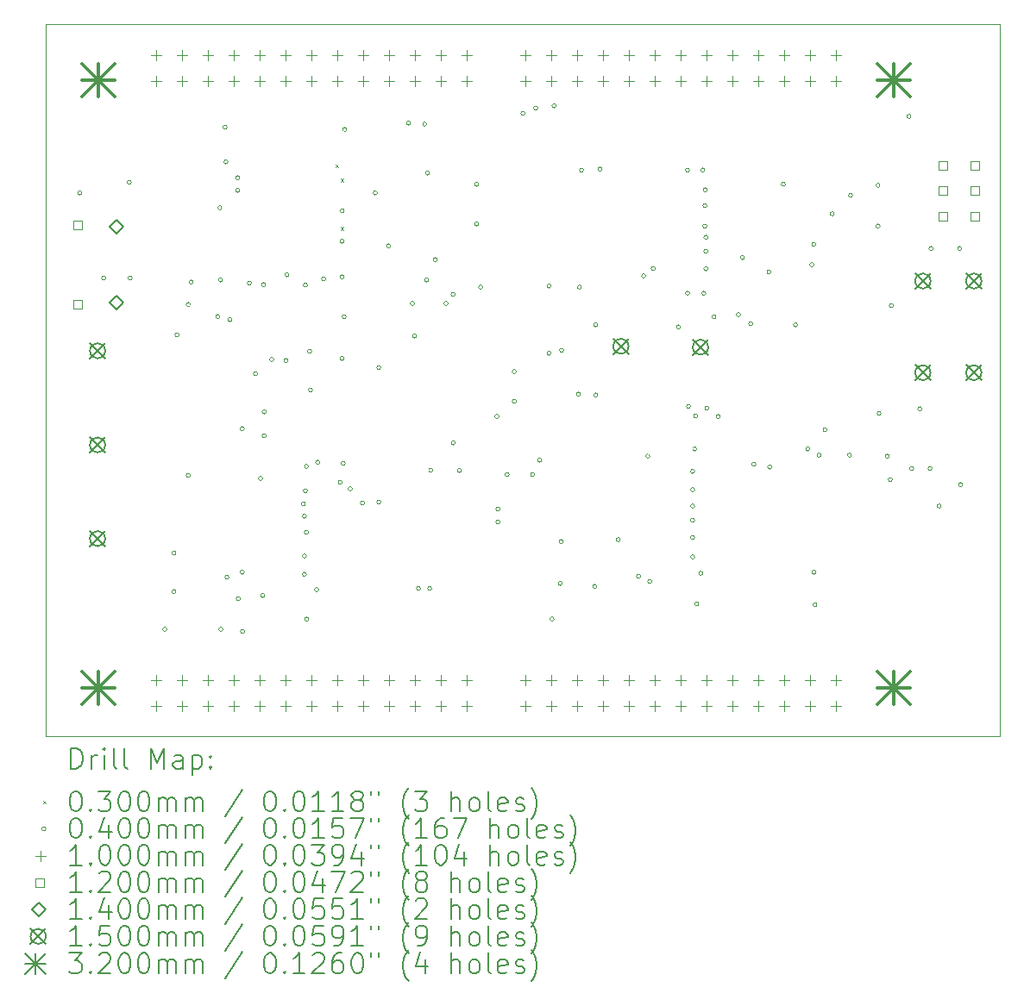
<source format=gbr>
%TF.GenerationSoftware,KiCad,Pcbnew,7.0.1*%
%TF.CreationDate,2023-10-27T14:21:39-05:00*%
%TF.ProjectId,ramn,72616d6e-2e6b-4696-9361-645f70636258,V1.1*%
%TF.SameCoordinates,Original*%
%TF.FileFunction,Drillmap*%
%TF.FilePolarity,Positive*%
%FSLAX45Y45*%
G04 Gerber Fmt 4.5, Leading zero omitted, Abs format (unit mm)*
G04 Created by KiCad (PCBNEW 7.0.1) date 2023-10-27 14:21:39*
%MOMM*%
%LPD*%
G01*
G04 APERTURE LIST*
%ADD10C,0.050000*%
%ADD11C,0.200000*%
%ADD12C,0.030000*%
%ADD13C,0.040000*%
%ADD14C,0.100000*%
%ADD15C,0.120000*%
%ADD16C,0.140000*%
%ADD17C,0.150000*%
%ADD18C,0.320000*%
G04 APERTURE END LIST*
D10*
X3935000Y-4149000D02*
X13296288Y-4149000D01*
X13296288Y-11147000D01*
X3935000Y-11147000D01*
X3935000Y-4149000D01*
D11*
D12*
X6775500Y-5528000D02*
X6805500Y-5558000D01*
X6805500Y-5528000D02*
X6775500Y-5558000D01*
X6825500Y-5668000D02*
X6855500Y-5698000D01*
X6855500Y-5668000D02*
X6825500Y-5698000D01*
X6825500Y-6143000D02*
X6855500Y-6173000D01*
X6855500Y-6143000D02*
X6825500Y-6173000D01*
D13*
X4285500Y-5808000D02*
G75*
G03*
X4285500Y-5808000I-20000J0D01*
G01*
X4520500Y-6643000D02*
G75*
G03*
X4520500Y-6643000I-20000J0D01*
G01*
X4770500Y-5703000D02*
G75*
G03*
X4770500Y-5703000I-20000J0D01*
G01*
X4780500Y-6643000D02*
G75*
G03*
X4780500Y-6643000I-20000J0D01*
G01*
X5120500Y-10093000D02*
G75*
G03*
X5120500Y-10093000I-20000J0D01*
G01*
X5210500Y-9343000D02*
G75*
G03*
X5210500Y-9343000I-20000J0D01*
G01*
X5210500Y-9723000D02*
G75*
G03*
X5210500Y-9723000I-20000J0D01*
G01*
X5240500Y-7203000D02*
G75*
G03*
X5240500Y-7203000I-20000J0D01*
G01*
X5350500Y-6903000D02*
G75*
G03*
X5350500Y-6903000I-20000J0D01*
G01*
X5350500Y-8583000D02*
G75*
G03*
X5350500Y-8583000I-20000J0D01*
G01*
X5380500Y-6683000D02*
G75*
G03*
X5380500Y-6683000I-20000J0D01*
G01*
X5640500Y-7023000D02*
G75*
G03*
X5640500Y-7023000I-20000J0D01*
G01*
X5660500Y-5953000D02*
G75*
G03*
X5660500Y-5953000I-20000J0D01*
G01*
X5668050Y-6663000D02*
G75*
G03*
X5668050Y-6663000I-20000J0D01*
G01*
X5670500Y-10093000D02*
G75*
G03*
X5670500Y-10093000I-20000J0D01*
G01*
X5710500Y-5163000D02*
G75*
G03*
X5710500Y-5163000I-20000J0D01*
G01*
X5720500Y-5503000D02*
G75*
G03*
X5720500Y-5503000I-20000J0D01*
G01*
X5730500Y-9583000D02*
G75*
G03*
X5730500Y-9583000I-20000J0D01*
G01*
X5760500Y-7053000D02*
G75*
G03*
X5760500Y-7053000I-20000J0D01*
G01*
X5835500Y-5658000D02*
G75*
G03*
X5835500Y-5658000I-20000J0D01*
G01*
X5835500Y-5783000D02*
G75*
G03*
X5835500Y-5783000I-20000J0D01*
G01*
X5840500Y-9793000D02*
G75*
G03*
X5840500Y-9793000I-20000J0D01*
G01*
X5880500Y-8123000D02*
G75*
G03*
X5880500Y-8123000I-20000J0D01*
G01*
X5880500Y-9533000D02*
G75*
G03*
X5880500Y-9533000I-20000J0D01*
G01*
X5883000Y-10115000D02*
G75*
G03*
X5883000Y-10115000I-20000J0D01*
G01*
X5950500Y-6693000D02*
G75*
G03*
X5950500Y-6693000I-20000J0D01*
G01*
X6010500Y-7583000D02*
G75*
G03*
X6010500Y-7583000I-20000J0D01*
G01*
X6060500Y-8613000D02*
G75*
G03*
X6060500Y-8613000I-20000J0D01*
G01*
X6080500Y-9763000D02*
G75*
G03*
X6080500Y-9763000I-20000J0D01*
G01*
X6090500Y-6708000D02*
G75*
G03*
X6090500Y-6708000I-20000J0D01*
G01*
X6095500Y-7958000D02*
G75*
G03*
X6095500Y-7958000I-20000J0D01*
G01*
X6095500Y-8193000D02*
G75*
G03*
X6095500Y-8193000I-20000J0D01*
G01*
X6170500Y-7443000D02*
G75*
G03*
X6170500Y-7443000I-20000J0D01*
G01*
X6310500Y-7453000D02*
G75*
G03*
X6310500Y-7453000I-20000J0D01*
G01*
X6320500Y-6613000D02*
G75*
G03*
X6320500Y-6613000I-20000J0D01*
G01*
X6480500Y-8863000D02*
G75*
G03*
X6480500Y-8863000I-20000J0D01*
G01*
X6490500Y-8983000D02*
G75*
G03*
X6490500Y-8983000I-20000J0D01*
G01*
X6490500Y-9373000D02*
G75*
G03*
X6490500Y-9373000I-20000J0D01*
G01*
X6490500Y-9553000D02*
G75*
G03*
X6490500Y-9553000I-20000J0D01*
G01*
X6500500Y-6713000D02*
G75*
G03*
X6500500Y-6713000I-20000J0D01*
G01*
X6500500Y-8733000D02*
G75*
G03*
X6500500Y-8733000I-20000J0D01*
G01*
X6510500Y-8493000D02*
G75*
G03*
X6510500Y-8493000I-20000J0D01*
G01*
X6510500Y-9143000D02*
G75*
G03*
X6510500Y-9143000I-20000J0D01*
G01*
X6513503Y-9994608D02*
G75*
G03*
X6513503Y-9994608I-20000J0D01*
G01*
X6540500Y-7363000D02*
G75*
G03*
X6540500Y-7363000I-20000J0D01*
G01*
X6550500Y-7743000D02*
G75*
G03*
X6550500Y-7743000I-20000J0D01*
G01*
X6610500Y-9703000D02*
G75*
G03*
X6610500Y-9703000I-20000J0D01*
G01*
X6620500Y-8453000D02*
G75*
G03*
X6620500Y-8453000I-20000J0D01*
G01*
X6680500Y-6653000D02*
G75*
G03*
X6680500Y-6653000I-20000J0D01*
G01*
X6842806Y-8650694D02*
G75*
G03*
X6842806Y-8650694I-20000J0D01*
G01*
X6860500Y-5983000D02*
G75*
G03*
X6860500Y-5983000I-20000J0D01*
G01*
X6860500Y-6283000D02*
G75*
G03*
X6860500Y-6283000I-20000J0D01*
G01*
X6860500Y-6633000D02*
G75*
G03*
X6860500Y-6633000I-20000J0D01*
G01*
X6860500Y-7433000D02*
G75*
G03*
X6860500Y-7433000I-20000J0D01*
G01*
X6870500Y-8465550D02*
G75*
G03*
X6870500Y-8465550I-20000J0D01*
G01*
X6880500Y-7023000D02*
G75*
G03*
X6880500Y-7023000I-20000J0D01*
G01*
X6885500Y-5183000D02*
G75*
G03*
X6885500Y-5183000I-20000J0D01*
G01*
X6940500Y-8713000D02*
G75*
G03*
X6940500Y-8713000I-20000J0D01*
G01*
X7060500Y-8853000D02*
G75*
G03*
X7060500Y-8853000I-20000J0D01*
G01*
X7185500Y-5808000D02*
G75*
G03*
X7185500Y-5808000I-20000J0D01*
G01*
X7220500Y-7523000D02*
G75*
G03*
X7220500Y-7523000I-20000J0D01*
G01*
X7220500Y-8843000D02*
G75*
G03*
X7220500Y-8843000I-20000J0D01*
G01*
X7315465Y-6328035D02*
G75*
G03*
X7315465Y-6328035I-20000J0D01*
G01*
X7510500Y-5123000D02*
G75*
G03*
X7510500Y-5123000I-20000J0D01*
G01*
X7550500Y-6893000D02*
G75*
G03*
X7550500Y-6893000I-20000J0D01*
G01*
X7570500Y-7213000D02*
G75*
G03*
X7570500Y-7213000I-20000J0D01*
G01*
X7610500Y-9693000D02*
G75*
G03*
X7610500Y-9693000I-20000J0D01*
G01*
X7670500Y-5133000D02*
G75*
G03*
X7670500Y-5133000I-20000J0D01*
G01*
X7690500Y-6663000D02*
G75*
G03*
X7690500Y-6663000I-20000J0D01*
G01*
X7700500Y-5613000D02*
G75*
G03*
X7700500Y-5613000I-20000J0D01*
G01*
X7720500Y-9693000D02*
G75*
G03*
X7720500Y-9693000I-20000J0D01*
G01*
X7730500Y-8533000D02*
G75*
G03*
X7730500Y-8533000I-20000J0D01*
G01*
X7775550Y-6463000D02*
G75*
G03*
X7775550Y-6463000I-20000J0D01*
G01*
X7880500Y-6893000D02*
G75*
G03*
X7880500Y-6893000I-20000J0D01*
G01*
X7950500Y-6803000D02*
G75*
G03*
X7950500Y-6803000I-20000J0D01*
G01*
X7950500Y-8263000D02*
G75*
G03*
X7950500Y-8263000I-20000J0D01*
G01*
X8010669Y-8533712D02*
G75*
G03*
X8010669Y-8533712I-20000J0D01*
G01*
X8180500Y-5723000D02*
G75*
G03*
X8180500Y-5723000I-20000J0D01*
G01*
X8180500Y-6113000D02*
G75*
G03*
X8180500Y-6113000I-20000J0D01*
G01*
X8220500Y-6733000D02*
G75*
G03*
X8220500Y-6733000I-20000J0D01*
G01*
X8380500Y-8003000D02*
G75*
G03*
X8380500Y-8003000I-20000J0D01*
G01*
X8390500Y-8913000D02*
G75*
G03*
X8390500Y-8913000I-20000J0D01*
G01*
X8390500Y-9038460D02*
G75*
G03*
X8390500Y-9038460I-20000J0D01*
G01*
X8480500Y-8573000D02*
G75*
G03*
X8480500Y-8573000I-20000J0D01*
G01*
X8550500Y-7563000D02*
G75*
G03*
X8550500Y-7563000I-20000J0D01*
G01*
X8550500Y-7853000D02*
G75*
G03*
X8550500Y-7853000I-20000J0D01*
G01*
X8635000Y-5027500D02*
G75*
G03*
X8635000Y-5027500I-20000J0D01*
G01*
X8730500Y-8573000D02*
G75*
G03*
X8730500Y-8573000I-20000J0D01*
G01*
X8760500Y-4973000D02*
G75*
G03*
X8760500Y-4973000I-20000J0D01*
G01*
X8800500Y-8433000D02*
G75*
G03*
X8800500Y-8433000I-20000J0D01*
G01*
X8890500Y-6723000D02*
G75*
G03*
X8890500Y-6723000I-20000J0D01*
G01*
X8890500Y-7383000D02*
G75*
G03*
X8890500Y-7383000I-20000J0D01*
G01*
X8920500Y-9993000D02*
G75*
G03*
X8920500Y-9993000I-20000J0D01*
G01*
X8940500Y-4953000D02*
G75*
G03*
X8940500Y-4953000I-20000J0D01*
G01*
X9000500Y-9643000D02*
G75*
G03*
X9000500Y-9643000I-20000J0D01*
G01*
X9010500Y-9233000D02*
G75*
G03*
X9010500Y-9233000I-20000J0D01*
G01*
X9015136Y-7352248D02*
G75*
G03*
X9015136Y-7352248I-20000J0D01*
G01*
X9180500Y-7783000D02*
G75*
G03*
X9180500Y-7783000I-20000J0D01*
G01*
X9190500Y-6733000D02*
G75*
G03*
X9190500Y-6733000I-20000J0D01*
G01*
X9210500Y-5583000D02*
G75*
G03*
X9210500Y-5583000I-20000J0D01*
G01*
X9340500Y-9673000D02*
G75*
G03*
X9340500Y-9673000I-20000J0D01*
G01*
X9350500Y-7103000D02*
G75*
G03*
X9350500Y-7103000I-20000J0D01*
G01*
X9350500Y-7793000D02*
G75*
G03*
X9350500Y-7793000I-20000J0D01*
G01*
X9390500Y-5573000D02*
G75*
G03*
X9390500Y-5573000I-20000J0D01*
G01*
X9570500Y-9213000D02*
G75*
G03*
X9570500Y-9213000I-20000J0D01*
G01*
X9770500Y-9573000D02*
G75*
G03*
X9770500Y-9573000I-20000J0D01*
G01*
X9820500Y-6623000D02*
G75*
G03*
X9820500Y-6623000I-20000J0D01*
G01*
X9860500Y-8393000D02*
G75*
G03*
X9860500Y-8393000I-20000J0D01*
G01*
X9880500Y-9623000D02*
G75*
G03*
X9880500Y-9623000I-20000J0D01*
G01*
X9913170Y-6550864D02*
G75*
G03*
X9913170Y-6550864I-20000J0D01*
G01*
X10160500Y-7123000D02*
G75*
G03*
X10160500Y-7123000I-20000J0D01*
G01*
X10250500Y-5583000D02*
G75*
G03*
X10250500Y-5583000I-20000J0D01*
G01*
X10250500Y-6793000D02*
G75*
G03*
X10250500Y-6793000I-20000J0D01*
G01*
X10260500Y-7903000D02*
G75*
G03*
X10260500Y-7903000I-20000J0D01*
G01*
X10300500Y-8543000D02*
G75*
G03*
X10300500Y-8543000I-20000J0D01*
G01*
X10300500Y-8723000D02*
G75*
G03*
X10300500Y-8723000I-20000J0D01*
G01*
X10300500Y-8883000D02*
G75*
G03*
X10300500Y-8883000I-20000J0D01*
G01*
X10300500Y-9023000D02*
G75*
G03*
X10300500Y-9023000I-20000J0D01*
G01*
X10300500Y-9193000D02*
G75*
G03*
X10300500Y-9193000I-20000J0D01*
G01*
X10300500Y-9383000D02*
G75*
G03*
X10300500Y-9383000I-20000J0D01*
G01*
X10320500Y-8323000D02*
G75*
G03*
X10320500Y-8323000I-20000J0D01*
G01*
X10330500Y-7997733D02*
G75*
G03*
X10330500Y-7997733I-20000J0D01*
G01*
X10340500Y-9843000D02*
G75*
G03*
X10340500Y-9843000I-20000J0D01*
G01*
X10380500Y-9543000D02*
G75*
G03*
X10380500Y-9543000I-20000J0D01*
G01*
X10400500Y-5583000D02*
G75*
G03*
X10400500Y-5583000I-20000J0D01*
G01*
X10410500Y-6793000D02*
G75*
G03*
X10410500Y-6793000I-20000J0D01*
G01*
X10420500Y-5933000D02*
G75*
G03*
X10420500Y-5933000I-20000J0D01*
G01*
X10420500Y-6133000D02*
G75*
G03*
X10420500Y-6133000I-20000J0D01*
G01*
X10425500Y-5778000D02*
G75*
G03*
X10425500Y-5778000I-20000J0D01*
G01*
X10430500Y-6243000D02*
G75*
G03*
X10430500Y-6243000I-20000J0D01*
G01*
X10430500Y-6383000D02*
G75*
G03*
X10430500Y-6383000I-20000J0D01*
G01*
X10430500Y-6553000D02*
G75*
G03*
X10430500Y-6553000I-20000J0D01*
G01*
X10440500Y-7923000D02*
G75*
G03*
X10440500Y-7923000I-20000J0D01*
G01*
X10510500Y-7023000D02*
G75*
G03*
X10510500Y-7023000I-20000J0D01*
G01*
X10550500Y-8003000D02*
G75*
G03*
X10550500Y-8003000I-20000J0D01*
G01*
X10750500Y-7003000D02*
G75*
G03*
X10750500Y-7003000I-20000J0D01*
G01*
X10790500Y-6443000D02*
G75*
G03*
X10790500Y-6443000I-20000J0D01*
G01*
X10870500Y-7093000D02*
G75*
G03*
X10870500Y-7093000I-20000J0D01*
G01*
X10900500Y-8473000D02*
G75*
G03*
X10900500Y-8473000I-20000J0D01*
G01*
X11050500Y-6583000D02*
G75*
G03*
X11050500Y-6583000I-20000J0D01*
G01*
X11057000Y-8500000D02*
G75*
G03*
X11057000Y-8500000I-20000J0D01*
G01*
X11190500Y-5723000D02*
G75*
G03*
X11190500Y-5723000I-20000J0D01*
G01*
X11310500Y-7103000D02*
G75*
G03*
X11310500Y-7103000I-20000J0D01*
G01*
X11430500Y-8323000D02*
G75*
G03*
X11430500Y-8323000I-20000J0D01*
G01*
X11470500Y-6513000D02*
G75*
G03*
X11470500Y-6513000I-20000J0D01*
G01*
X11490500Y-6313000D02*
G75*
G03*
X11490500Y-6313000I-20000J0D01*
G01*
X11490500Y-9533000D02*
G75*
G03*
X11490500Y-9533000I-20000J0D01*
G01*
X11500500Y-9853000D02*
G75*
G03*
X11500500Y-9853000I-20000J0D01*
G01*
X11540500Y-8383000D02*
G75*
G03*
X11540500Y-8383000I-20000J0D01*
G01*
X11600500Y-8133000D02*
G75*
G03*
X11600500Y-8133000I-20000J0D01*
G01*
X11670500Y-6013000D02*
G75*
G03*
X11670500Y-6013000I-20000J0D01*
G01*
X11840500Y-8383000D02*
G75*
G03*
X11840500Y-8383000I-20000J0D01*
G01*
X11850500Y-5833000D02*
G75*
G03*
X11850500Y-5833000I-20000J0D01*
G01*
X12120500Y-5733000D02*
G75*
G03*
X12120500Y-5733000I-20000J0D01*
G01*
X12120500Y-6133000D02*
G75*
G03*
X12120500Y-6133000I-20000J0D01*
G01*
X12130500Y-7973000D02*
G75*
G03*
X12130500Y-7973000I-20000J0D01*
G01*
X12210500Y-8393000D02*
G75*
G03*
X12210500Y-8393000I-20000J0D01*
G01*
X12240500Y-8623000D02*
G75*
G03*
X12240500Y-8623000I-20000J0D01*
G01*
X12250500Y-6913000D02*
G75*
G03*
X12250500Y-6913000I-20000J0D01*
G01*
X12424000Y-5056000D02*
G75*
G03*
X12424000Y-5056000I-20000J0D01*
G01*
X12450500Y-8513000D02*
G75*
G03*
X12450500Y-8513000I-20000J0D01*
G01*
X12530500Y-7928000D02*
G75*
G03*
X12530500Y-7928000I-20000J0D01*
G01*
X12630500Y-8513000D02*
G75*
G03*
X12630500Y-8513000I-20000J0D01*
G01*
X12640500Y-6353000D02*
G75*
G03*
X12640500Y-6353000I-20000J0D01*
G01*
X12720500Y-8883000D02*
G75*
G03*
X12720500Y-8883000I-20000J0D01*
G01*
X12920500Y-6353000D02*
G75*
G03*
X12920500Y-6353000I-20000J0D01*
G01*
X12930500Y-8673000D02*
G75*
G03*
X12930500Y-8673000I-20000J0D01*
G01*
D14*
X5016500Y-4407700D02*
X5016500Y-4507700D01*
X4966500Y-4457700D02*
X5066500Y-4457700D01*
X5016500Y-4661700D02*
X5016500Y-4761700D01*
X4966500Y-4711700D02*
X5066500Y-4711700D01*
X5016500Y-10540000D02*
X5016500Y-10640000D01*
X4966500Y-10590000D02*
X5066500Y-10590000D01*
X5016500Y-10794000D02*
X5016500Y-10894000D01*
X4966500Y-10844000D02*
X5066500Y-10844000D01*
X5270500Y-4407700D02*
X5270500Y-4507700D01*
X5220500Y-4457700D02*
X5320500Y-4457700D01*
X5270500Y-4661700D02*
X5270500Y-4761700D01*
X5220500Y-4711700D02*
X5320500Y-4711700D01*
X5270500Y-10540000D02*
X5270500Y-10640000D01*
X5220500Y-10590000D02*
X5320500Y-10590000D01*
X5270500Y-10794000D02*
X5270500Y-10894000D01*
X5220500Y-10844000D02*
X5320500Y-10844000D01*
X5524500Y-4407700D02*
X5524500Y-4507700D01*
X5474500Y-4457700D02*
X5574500Y-4457700D01*
X5524500Y-4661700D02*
X5524500Y-4761700D01*
X5474500Y-4711700D02*
X5574500Y-4711700D01*
X5524500Y-10540000D02*
X5524500Y-10640000D01*
X5474500Y-10590000D02*
X5574500Y-10590000D01*
X5524500Y-10794000D02*
X5524500Y-10894000D01*
X5474500Y-10844000D02*
X5574500Y-10844000D01*
X5778500Y-4407700D02*
X5778500Y-4507700D01*
X5728500Y-4457700D02*
X5828500Y-4457700D01*
X5778500Y-4661700D02*
X5778500Y-4761700D01*
X5728500Y-4711700D02*
X5828500Y-4711700D01*
X5778500Y-10540000D02*
X5778500Y-10640000D01*
X5728500Y-10590000D02*
X5828500Y-10590000D01*
X5778500Y-10794000D02*
X5778500Y-10894000D01*
X5728500Y-10844000D02*
X5828500Y-10844000D01*
X6032500Y-4407700D02*
X6032500Y-4507700D01*
X5982500Y-4457700D02*
X6082500Y-4457700D01*
X6032500Y-4661700D02*
X6032500Y-4761700D01*
X5982500Y-4711700D02*
X6082500Y-4711700D01*
X6032500Y-10540000D02*
X6032500Y-10640000D01*
X5982500Y-10590000D02*
X6082500Y-10590000D01*
X6032500Y-10794000D02*
X6032500Y-10894000D01*
X5982500Y-10844000D02*
X6082500Y-10844000D01*
X6286500Y-4407700D02*
X6286500Y-4507700D01*
X6236500Y-4457700D02*
X6336500Y-4457700D01*
X6286500Y-4661700D02*
X6286500Y-4761700D01*
X6236500Y-4711700D02*
X6336500Y-4711700D01*
X6286500Y-10540000D02*
X6286500Y-10640000D01*
X6236500Y-10590000D02*
X6336500Y-10590000D01*
X6286500Y-10794000D02*
X6286500Y-10894000D01*
X6236500Y-10844000D02*
X6336500Y-10844000D01*
X6540500Y-4407700D02*
X6540500Y-4507700D01*
X6490500Y-4457700D02*
X6590500Y-4457700D01*
X6540500Y-4661700D02*
X6540500Y-4761700D01*
X6490500Y-4711700D02*
X6590500Y-4711700D01*
X6540500Y-10540000D02*
X6540500Y-10640000D01*
X6490500Y-10590000D02*
X6590500Y-10590000D01*
X6540500Y-10794000D02*
X6540500Y-10894000D01*
X6490500Y-10844000D02*
X6590500Y-10844000D01*
X6794500Y-4407700D02*
X6794500Y-4507700D01*
X6744500Y-4457700D02*
X6844500Y-4457700D01*
X6794500Y-4661700D02*
X6794500Y-4761700D01*
X6744500Y-4711700D02*
X6844500Y-4711700D01*
X6794500Y-10540000D02*
X6794500Y-10640000D01*
X6744500Y-10590000D02*
X6844500Y-10590000D01*
X6794500Y-10794000D02*
X6794500Y-10894000D01*
X6744500Y-10844000D02*
X6844500Y-10844000D01*
X7048500Y-4407700D02*
X7048500Y-4507700D01*
X6998500Y-4457700D02*
X7098500Y-4457700D01*
X7048500Y-4661700D02*
X7048500Y-4761700D01*
X6998500Y-4711700D02*
X7098500Y-4711700D01*
X7048500Y-10540000D02*
X7048500Y-10640000D01*
X6998500Y-10590000D02*
X7098500Y-10590000D01*
X7048500Y-10794000D02*
X7048500Y-10894000D01*
X6998500Y-10844000D02*
X7098500Y-10844000D01*
X7302500Y-4407700D02*
X7302500Y-4507700D01*
X7252500Y-4457700D02*
X7352500Y-4457700D01*
X7302500Y-4661700D02*
X7302500Y-4761700D01*
X7252500Y-4711700D02*
X7352500Y-4711700D01*
X7302500Y-10540000D02*
X7302500Y-10640000D01*
X7252500Y-10590000D02*
X7352500Y-10590000D01*
X7302500Y-10794000D02*
X7302500Y-10894000D01*
X7252500Y-10844000D02*
X7352500Y-10844000D01*
X7556500Y-4407700D02*
X7556500Y-4507700D01*
X7506500Y-4457700D02*
X7606500Y-4457700D01*
X7556500Y-4661700D02*
X7556500Y-4761700D01*
X7506500Y-4711700D02*
X7606500Y-4711700D01*
X7556500Y-10540000D02*
X7556500Y-10640000D01*
X7506500Y-10590000D02*
X7606500Y-10590000D01*
X7556500Y-10794000D02*
X7556500Y-10894000D01*
X7506500Y-10844000D02*
X7606500Y-10844000D01*
X7810500Y-4407700D02*
X7810500Y-4507700D01*
X7760500Y-4457700D02*
X7860500Y-4457700D01*
X7810500Y-4661700D02*
X7810500Y-4761700D01*
X7760500Y-4711700D02*
X7860500Y-4711700D01*
X7810500Y-10540000D02*
X7810500Y-10640000D01*
X7760500Y-10590000D02*
X7860500Y-10590000D01*
X7810500Y-10794000D02*
X7810500Y-10894000D01*
X7760500Y-10844000D02*
X7860500Y-10844000D01*
X8064500Y-4407700D02*
X8064500Y-4507700D01*
X8014500Y-4457700D02*
X8114500Y-4457700D01*
X8064500Y-4661700D02*
X8064500Y-4761700D01*
X8014500Y-4711700D02*
X8114500Y-4711700D01*
X8064500Y-10540000D02*
X8064500Y-10640000D01*
X8014500Y-10590000D02*
X8114500Y-10590000D01*
X8064500Y-10794000D02*
X8064500Y-10894000D01*
X8014500Y-10844000D02*
X8114500Y-10844000D01*
X8636000Y-4407700D02*
X8636000Y-4507700D01*
X8586000Y-4457700D02*
X8686000Y-4457700D01*
X8636000Y-4661700D02*
X8636000Y-4761700D01*
X8586000Y-4711700D02*
X8686000Y-4711700D01*
X8636000Y-10540000D02*
X8636000Y-10640000D01*
X8586000Y-10590000D02*
X8686000Y-10590000D01*
X8636000Y-10794000D02*
X8636000Y-10894000D01*
X8586000Y-10844000D02*
X8686000Y-10844000D01*
X8890000Y-4407700D02*
X8890000Y-4507700D01*
X8840000Y-4457700D02*
X8940000Y-4457700D01*
X8890000Y-4661700D02*
X8890000Y-4761700D01*
X8840000Y-4711700D02*
X8940000Y-4711700D01*
X8890000Y-10540000D02*
X8890000Y-10640000D01*
X8840000Y-10590000D02*
X8940000Y-10590000D01*
X8890000Y-10794000D02*
X8890000Y-10894000D01*
X8840000Y-10844000D02*
X8940000Y-10844000D01*
X9144000Y-4407700D02*
X9144000Y-4507700D01*
X9094000Y-4457700D02*
X9194000Y-4457700D01*
X9144000Y-4661700D02*
X9144000Y-4761700D01*
X9094000Y-4711700D02*
X9194000Y-4711700D01*
X9144000Y-10540000D02*
X9144000Y-10640000D01*
X9094000Y-10590000D02*
X9194000Y-10590000D01*
X9144000Y-10794000D02*
X9144000Y-10894000D01*
X9094000Y-10844000D02*
X9194000Y-10844000D01*
X9398000Y-4407700D02*
X9398000Y-4507700D01*
X9348000Y-4457700D02*
X9448000Y-4457700D01*
X9398000Y-4661700D02*
X9398000Y-4761700D01*
X9348000Y-4711700D02*
X9448000Y-4711700D01*
X9398000Y-10540000D02*
X9398000Y-10640000D01*
X9348000Y-10590000D02*
X9448000Y-10590000D01*
X9398000Y-10794000D02*
X9398000Y-10894000D01*
X9348000Y-10844000D02*
X9448000Y-10844000D01*
X9652000Y-4407700D02*
X9652000Y-4507700D01*
X9602000Y-4457700D02*
X9702000Y-4457700D01*
X9652000Y-4661700D02*
X9652000Y-4761700D01*
X9602000Y-4711700D02*
X9702000Y-4711700D01*
X9652000Y-10540000D02*
X9652000Y-10640000D01*
X9602000Y-10590000D02*
X9702000Y-10590000D01*
X9652000Y-10794000D02*
X9652000Y-10894000D01*
X9602000Y-10844000D02*
X9702000Y-10844000D01*
X9906000Y-4407700D02*
X9906000Y-4507700D01*
X9856000Y-4457700D02*
X9956000Y-4457700D01*
X9906000Y-4661700D02*
X9906000Y-4761700D01*
X9856000Y-4711700D02*
X9956000Y-4711700D01*
X9906000Y-10540000D02*
X9906000Y-10640000D01*
X9856000Y-10590000D02*
X9956000Y-10590000D01*
X9906000Y-10794000D02*
X9906000Y-10894000D01*
X9856000Y-10844000D02*
X9956000Y-10844000D01*
X10160000Y-4407700D02*
X10160000Y-4507700D01*
X10110000Y-4457700D02*
X10210000Y-4457700D01*
X10160000Y-4661700D02*
X10160000Y-4761700D01*
X10110000Y-4711700D02*
X10210000Y-4711700D01*
X10160000Y-10540000D02*
X10160000Y-10640000D01*
X10110000Y-10590000D02*
X10210000Y-10590000D01*
X10160000Y-10794000D02*
X10160000Y-10894000D01*
X10110000Y-10844000D02*
X10210000Y-10844000D01*
X10414000Y-4407700D02*
X10414000Y-4507700D01*
X10364000Y-4457700D02*
X10464000Y-4457700D01*
X10414000Y-4661700D02*
X10414000Y-4761700D01*
X10364000Y-4711700D02*
X10464000Y-4711700D01*
X10414000Y-10540000D02*
X10414000Y-10640000D01*
X10364000Y-10590000D02*
X10464000Y-10590000D01*
X10414000Y-10794000D02*
X10414000Y-10894000D01*
X10364000Y-10844000D02*
X10464000Y-10844000D01*
X10668000Y-4407700D02*
X10668000Y-4507700D01*
X10618000Y-4457700D02*
X10718000Y-4457700D01*
X10668000Y-4661700D02*
X10668000Y-4761700D01*
X10618000Y-4711700D02*
X10718000Y-4711700D01*
X10668000Y-10540000D02*
X10668000Y-10640000D01*
X10618000Y-10590000D02*
X10718000Y-10590000D01*
X10668000Y-10794000D02*
X10668000Y-10894000D01*
X10618000Y-10844000D02*
X10718000Y-10844000D01*
X10922000Y-4407700D02*
X10922000Y-4507700D01*
X10872000Y-4457700D02*
X10972000Y-4457700D01*
X10922000Y-4661700D02*
X10922000Y-4761700D01*
X10872000Y-4711700D02*
X10972000Y-4711700D01*
X10922000Y-10540000D02*
X10922000Y-10640000D01*
X10872000Y-10590000D02*
X10972000Y-10590000D01*
X10922000Y-10794000D02*
X10922000Y-10894000D01*
X10872000Y-10844000D02*
X10972000Y-10844000D01*
X11176000Y-4407700D02*
X11176000Y-4507700D01*
X11126000Y-4457700D02*
X11226000Y-4457700D01*
X11176000Y-4661700D02*
X11176000Y-4761700D01*
X11126000Y-4711700D02*
X11226000Y-4711700D01*
X11176000Y-10540000D02*
X11176000Y-10640000D01*
X11126000Y-10590000D02*
X11226000Y-10590000D01*
X11176000Y-10794000D02*
X11176000Y-10894000D01*
X11126000Y-10844000D02*
X11226000Y-10844000D01*
X11430000Y-4407700D02*
X11430000Y-4507700D01*
X11380000Y-4457700D02*
X11480000Y-4457700D01*
X11430000Y-4661700D02*
X11430000Y-4761700D01*
X11380000Y-4711700D02*
X11480000Y-4711700D01*
X11430000Y-10540000D02*
X11430000Y-10640000D01*
X11380000Y-10590000D02*
X11480000Y-10590000D01*
X11430000Y-10794000D02*
X11430000Y-10894000D01*
X11380000Y-10844000D02*
X11480000Y-10844000D01*
X11684000Y-4407700D02*
X11684000Y-4507700D01*
X11634000Y-4457700D02*
X11734000Y-4457700D01*
X11684000Y-4661700D02*
X11684000Y-4761700D01*
X11634000Y-4711700D02*
X11734000Y-4711700D01*
X11684000Y-10540000D02*
X11684000Y-10640000D01*
X11634000Y-10590000D02*
X11734000Y-10590000D01*
X11684000Y-10794000D02*
X11684000Y-10894000D01*
X11634000Y-10844000D02*
X11734000Y-10844000D01*
D15*
X4287927Y-6167927D02*
X4287927Y-6083073D01*
X4203073Y-6083073D01*
X4203073Y-6167927D01*
X4287927Y-6167927D01*
X4287927Y-6942927D02*
X4287927Y-6858073D01*
X4203073Y-6858073D01*
X4203073Y-6942927D01*
X4287927Y-6942927D01*
X12782927Y-5578427D02*
X12782927Y-5493573D01*
X12698073Y-5493573D01*
X12698073Y-5578427D01*
X12782927Y-5578427D01*
X12782927Y-5828427D02*
X12782927Y-5743573D01*
X12698073Y-5743573D01*
X12698073Y-5828427D01*
X12782927Y-5828427D01*
X12782927Y-6078427D02*
X12782927Y-5993573D01*
X12698073Y-5993573D01*
X12698073Y-6078427D01*
X12782927Y-6078427D01*
X13092927Y-5578427D02*
X13092927Y-5493573D01*
X13008073Y-5493573D01*
X13008073Y-5578427D01*
X13092927Y-5578427D01*
X13092927Y-5828427D02*
X13092927Y-5743573D01*
X13008073Y-5743573D01*
X13008073Y-5828427D01*
X13092927Y-5828427D01*
X13092927Y-6078427D02*
X13092927Y-5993573D01*
X13008073Y-5993573D01*
X13008073Y-6078427D01*
X13092927Y-6078427D01*
D16*
X4625500Y-6210500D02*
X4695500Y-6140500D01*
X4625500Y-6070500D01*
X4555500Y-6140500D01*
X4625500Y-6210500D01*
X4625500Y-6955500D02*
X4695500Y-6885500D01*
X4625500Y-6815500D01*
X4555500Y-6885500D01*
X4625500Y-6955500D01*
D17*
X4365500Y-7283000D02*
X4515500Y-7433000D01*
X4515500Y-7283000D02*
X4365500Y-7433000D01*
X4515500Y-7358000D02*
G75*
G03*
X4515500Y-7358000I-75000J0D01*
G01*
X4365500Y-8208000D02*
X4515500Y-8358000D01*
X4515500Y-8208000D02*
X4365500Y-8358000D01*
X4515500Y-8283000D02*
G75*
G03*
X4515500Y-8283000I-75000J0D01*
G01*
X4365500Y-9128000D02*
X4515500Y-9278000D01*
X4515500Y-9128000D02*
X4365500Y-9278000D01*
X4515500Y-9203000D02*
G75*
G03*
X4515500Y-9203000I-75000J0D01*
G01*
X9502000Y-7239000D02*
X9652000Y-7389000D01*
X9652000Y-7239000D02*
X9502000Y-7389000D01*
X9652000Y-7314000D02*
G75*
G03*
X9652000Y-7314000I-75000J0D01*
G01*
X10283000Y-7248000D02*
X10433000Y-7398000D01*
X10433000Y-7248000D02*
X10283000Y-7398000D01*
X10433000Y-7323000D02*
G75*
G03*
X10433000Y-7323000I-75000J0D01*
G01*
X12465500Y-6598000D02*
X12615500Y-6748000D01*
X12615500Y-6598000D02*
X12465500Y-6748000D01*
X12615500Y-6673000D02*
G75*
G03*
X12615500Y-6673000I-75000J0D01*
G01*
X12465500Y-7498000D02*
X12615500Y-7648000D01*
X12615500Y-7498000D02*
X12465500Y-7648000D01*
X12615500Y-7573000D02*
G75*
G03*
X12615500Y-7573000I-75000J0D01*
G01*
X12965500Y-6598000D02*
X13115500Y-6748000D01*
X13115500Y-6598000D02*
X12965500Y-6748000D01*
X13115500Y-6673000D02*
G75*
G03*
X13115500Y-6673000I-75000J0D01*
G01*
X12965500Y-7498000D02*
X13115500Y-7648000D01*
X13115500Y-7498000D02*
X12965500Y-7648000D01*
X13115500Y-7573000D02*
G75*
G03*
X13115500Y-7573000I-75000J0D01*
G01*
D18*
X4285000Y-4539000D02*
X4605000Y-4859000D01*
X4605000Y-4539000D02*
X4285000Y-4859000D01*
X4445000Y-4539000D02*
X4445000Y-4859000D01*
X4285000Y-4699000D02*
X4605000Y-4699000D01*
X4285000Y-10508000D02*
X4605000Y-10828000D01*
X4605000Y-10508000D02*
X4285000Y-10828000D01*
X4445000Y-10508000D02*
X4445000Y-10828000D01*
X4285000Y-10668000D02*
X4605000Y-10668000D01*
X12095500Y-4539000D02*
X12415500Y-4859000D01*
X12415500Y-4539000D02*
X12095500Y-4859000D01*
X12255500Y-4539000D02*
X12255500Y-4859000D01*
X12095500Y-4699000D02*
X12415500Y-4699000D01*
X12095500Y-10508000D02*
X12415500Y-10828000D01*
X12415500Y-10508000D02*
X12095500Y-10828000D01*
X12255500Y-10508000D02*
X12255500Y-10828000D01*
X12095500Y-10668000D02*
X12415500Y-10668000D01*
D11*
X4180119Y-11462024D02*
X4180119Y-11262024D01*
X4180119Y-11262024D02*
X4227738Y-11262024D01*
X4227738Y-11262024D02*
X4256310Y-11271548D01*
X4256310Y-11271548D02*
X4275357Y-11290595D01*
X4275357Y-11290595D02*
X4284881Y-11309643D01*
X4284881Y-11309643D02*
X4294405Y-11347738D01*
X4294405Y-11347738D02*
X4294405Y-11376309D01*
X4294405Y-11376309D02*
X4284881Y-11414405D01*
X4284881Y-11414405D02*
X4275357Y-11433452D01*
X4275357Y-11433452D02*
X4256310Y-11452500D01*
X4256310Y-11452500D02*
X4227738Y-11462024D01*
X4227738Y-11462024D02*
X4180119Y-11462024D01*
X4380119Y-11462024D02*
X4380119Y-11328690D01*
X4380119Y-11366786D02*
X4389643Y-11347738D01*
X4389643Y-11347738D02*
X4399167Y-11338214D01*
X4399167Y-11338214D02*
X4418214Y-11328690D01*
X4418214Y-11328690D02*
X4437262Y-11328690D01*
X4503929Y-11462024D02*
X4503929Y-11328690D01*
X4503929Y-11262024D02*
X4494405Y-11271548D01*
X4494405Y-11271548D02*
X4503929Y-11281071D01*
X4503929Y-11281071D02*
X4513452Y-11271548D01*
X4513452Y-11271548D02*
X4503929Y-11262024D01*
X4503929Y-11262024D02*
X4503929Y-11281071D01*
X4627738Y-11462024D02*
X4608690Y-11452500D01*
X4608690Y-11452500D02*
X4599167Y-11433452D01*
X4599167Y-11433452D02*
X4599167Y-11262024D01*
X4732500Y-11462024D02*
X4713452Y-11452500D01*
X4713452Y-11452500D02*
X4703929Y-11433452D01*
X4703929Y-11433452D02*
X4703929Y-11262024D01*
X4961071Y-11462024D02*
X4961071Y-11262024D01*
X4961071Y-11262024D02*
X5027738Y-11404881D01*
X5027738Y-11404881D02*
X5094405Y-11262024D01*
X5094405Y-11262024D02*
X5094405Y-11462024D01*
X5275357Y-11462024D02*
X5275357Y-11357262D01*
X5275357Y-11357262D02*
X5265833Y-11338214D01*
X5265833Y-11338214D02*
X5246786Y-11328690D01*
X5246786Y-11328690D02*
X5208690Y-11328690D01*
X5208690Y-11328690D02*
X5189643Y-11338214D01*
X5275357Y-11452500D02*
X5256310Y-11462024D01*
X5256310Y-11462024D02*
X5208690Y-11462024D01*
X5208690Y-11462024D02*
X5189643Y-11452500D01*
X5189643Y-11452500D02*
X5180119Y-11433452D01*
X5180119Y-11433452D02*
X5180119Y-11414405D01*
X5180119Y-11414405D02*
X5189643Y-11395357D01*
X5189643Y-11395357D02*
X5208690Y-11385833D01*
X5208690Y-11385833D02*
X5256310Y-11385833D01*
X5256310Y-11385833D02*
X5275357Y-11376309D01*
X5370595Y-11328690D02*
X5370595Y-11528690D01*
X5370595Y-11338214D02*
X5389643Y-11328690D01*
X5389643Y-11328690D02*
X5427738Y-11328690D01*
X5427738Y-11328690D02*
X5446786Y-11338214D01*
X5446786Y-11338214D02*
X5456310Y-11347738D01*
X5456310Y-11347738D02*
X5465833Y-11366786D01*
X5465833Y-11366786D02*
X5465833Y-11423928D01*
X5465833Y-11423928D02*
X5456310Y-11442976D01*
X5456310Y-11442976D02*
X5446786Y-11452500D01*
X5446786Y-11452500D02*
X5427738Y-11462024D01*
X5427738Y-11462024D02*
X5389643Y-11462024D01*
X5389643Y-11462024D02*
X5370595Y-11452500D01*
X5551548Y-11442976D02*
X5561071Y-11452500D01*
X5561071Y-11452500D02*
X5551548Y-11462024D01*
X5551548Y-11462024D02*
X5542024Y-11452500D01*
X5542024Y-11452500D02*
X5551548Y-11442976D01*
X5551548Y-11442976D02*
X5551548Y-11462024D01*
X5551548Y-11338214D02*
X5561071Y-11347738D01*
X5561071Y-11347738D02*
X5551548Y-11357262D01*
X5551548Y-11357262D02*
X5542024Y-11347738D01*
X5542024Y-11347738D02*
X5551548Y-11338214D01*
X5551548Y-11338214D02*
X5551548Y-11357262D01*
D12*
X3902500Y-11774500D02*
X3932500Y-11804500D01*
X3932500Y-11774500D02*
X3902500Y-11804500D01*
D11*
X4218214Y-11682024D02*
X4237262Y-11682024D01*
X4237262Y-11682024D02*
X4256310Y-11691548D01*
X4256310Y-11691548D02*
X4265833Y-11701071D01*
X4265833Y-11701071D02*
X4275357Y-11720119D01*
X4275357Y-11720119D02*
X4284881Y-11758214D01*
X4284881Y-11758214D02*
X4284881Y-11805833D01*
X4284881Y-11805833D02*
X4275357Y-11843928D01*
X4275357Y-11843928D02*
X4265833Y-11862976D01*
X4265833Y-11862976D02*
X4256310Y-11872500D01*
X4256310Y-11872500D02*
X4237262Y-11882024D01*
X4237262Y-11882024D02*
X4218214Y-11882024D01*
X4218214Y-11882024D02*
X4199167Y-11872500D01*
X4199167Y-11872500D02*
X4189643Y-11862976D01*
X4189643Y-11862976D02*
X4180119Y-11843928D01*
X4180119Y-11843928D02*
X4170595Y-11805833D01*
X4170595Y-11805833D02*
X4170595Y-11758214D01*
X4170595Y-11758214D02*
X4180119Y-11720119D01*
X4180119Y-11720119D02*
X4189643Y-11701071D01*
X4189643Y-11701071D02*
X4199167Y-11691548D01*
X4199167Y-11691548D02*
X4218214Y-11682024D01*
X4370595Y-11862976D02*
X4380119Y-11872500D01*
X4380119Y-11872500D02*
X4370595Y-11882024D01*
X4370595Y-11882024D02*
X4361071Y-11872500D01*
X4361071Y-11872500D02*
X4370595Y-11862976D01*
X4370595Y-11862976D02*
X4370595Y-11882024D01*
X4446786Y-11682024D02*
X4570595Y-11682024D01*
X4570595Y-11682024D02*
X4503929Y-11758214D01*
X4503929Y-11758214D02*
X4532500Y-11758214D01*
X4532500Y-11758214D02*
X4551548Y-11767738D01*
X4551548Y-11767738D02*
X4561071Y-11777262D01*
X4561071Y-11777262D02*
X4570595Y-11796309D01*
X4570595Y-11796309D02*
X4570595Y-11843928D01*
X4570595Y-11843928D02*
X4561071Y-11862976D01*
X4561071Y-11862976D02*
X4551548Y-11872500D01*
X4551548Y-11872500D02*
X4532500Y-11882024D01*
X4532500Y-11882024D02*
X4475357Y-11882024D01*
X4475357Y-11882024D02*
X4456310Y-11872500D01*
X4456310Y-11872500D02*
X4446786Y-11862976D01*
X4694405Y-11682024D02*
X4713452Y-11682024D01*
X4713452Y-11682024D02*
X4732500Y-11691548D01*
X4732500Y-11691548D02*
X4742024Y-11701071D01*
X4742024Y-11701071D02*
X4751548Y-11720119D01*
X4751548Y-11720119D02*
X4761071Y-11758214D01*
X4761071Y-11758214D02*
X4761071Y-11805833D01*
X4761071Y-11805833D02*
X4751548Y-11843928D01*
X4751548Y-11843928D02*
X4742024Y-11862976D01*
X4742024Y-11862976D02*
X4732500Y-11872500D01*
X4732500Y-11872500D02*
X4713452Y-11882024D01*
X4713452Y-11882024D02*
X4694405Y-11882024D01*
X4694405Y-11882024D02*
X4675357Y-11872500D01*
X4675357Y-11872500D02*
X4665833Y-11862976D01*
X4665833Y-11862976D02*
X4656310Y-11843928D01*
X4656310Y-11843928D02*
X4646786Y-11805833D01*
X4646786Y-11805833D02*
X4646786Y-11758214D01*
X4646786Y-11758214D02*
X4656310Y-11720119D01*
X4656310Y-11720119D02*
X4665833Y-11701071D01*
X4665833Y-11701071D02*
X4675357Y-11691548D01*
X4675357Y-11691548D02*
X4694405Y-11682024D01*
X4884881Y-11682024D02*
X4903929Y-11682024D01*
X4903929Y-11682024D02*
X4922976Y-11691548D01*
X4922976Y-11691548D02*
X4932500Y-11701071D01*
X4932500Y-11701071D02*
X4942024Y-11720119D01*
X4942024Y-11720119D02*
X4951548Y-11758214D01*
X4951548Y-11758214D02*
X4951548Y-11805833D01*
X4951548Y-11805833D02*
X4942024Y-11843928D01*
X4942024Y-11843928D02*
X4932500Y-11862976D01*
X4932500Y-11862976D02*
X4922976Y-11872500D01*
X4922976Y-11872500D02*
X4903929Y-11882024D01*
X4903929Y-11882024D02*
X4884881Y-11882024D01*
X4884881Y-11882024D02*
X4865833Y-11872500D01*
X4865833Y-11872500D02*
X4856310Y-11862976D01*
X4856310Y-11862976D02*
X4846786Y-11843928D01*
X4846786Y-11843928D02*
X4837262Y-11805833D01*
X4837262Y-11805833D02*
X4837262Y-11758214D01*
X4837262Y-11758214D02*
X4846786Y-11720119D01*
X4846786Y-11720119D02*
X4856310Y-11701071D01*
X4856310Y-11701071D02*
X4865833Y-11691548D01*
X4865833Y-11691548D02*
X4884881Y-11682024D01*
X5037262Y-11882024D02*
X5037262Y-11748690D01*
X5037262Y-11767738D02*
X5046786Y-11758214D01*
X5046786Y-11758214D02*
X5065833Y-11748690D01*
X5065833Y-11748690D02*
X5094405Y-11748690D01*
X5094405Y-11748690D02*
X5113452Y-11758214D01*
X5113452Y-11758214D02*
X5122976Y-11777262D01*
X5122976Y-11777262D02*
X5122976Y-11882024D01*
X5122976Y-11777262D02*
X5132500Y-11758214D01*
X5132500Y-11758214D02*
X5151548Y-11748690D01*
X5151548Y-11748690D02*
X5180119Y-11748690D01*
X5180119Y-11748690D02*
X5199167Y-11758214D01*
X5199167Y-11758214D02*
X5208691Y-11777262D01*
X5208691Y-11777262D02*
X5208691Y-11882024D01*
X5303929Y-11882024D02*
X5303929Y-11748690D01*
X5303929Y-11767738D02*
X5313452Y-11758214D01*
X5313452Y-11758214D02*
X5332500Y-11748690D01*
X5332500Y-11748690D02*
X5361072Y-11748690D01*
X5361072Y-11748690D02*
X5380119Y-11758214D01*
X5380119Y-11758214D02*
X5389643Y-11777262D01*
X5389643Y-11777262D02*
X5389643Y-11882024D01*
X5389643Y-11777262D02*
X5399167Y-11758214D01*
X5399167Y-11758214D02*
X5418214Y-11748690D01*
X5418214Y-11748690D02*
X5446786Y-11748690D01*
X5446786Y-11748690D02*
X5465833Y-11758214D01*
X5465833Y-11758214D02*
X5475357Y-11777262D01*
X5475357Y-11777262D02*
X5475357Y-11882024D01*
X5865833Y-11672500D02*
X5694405Y-11929643D01*
X6122976Y-11682024D02*
X6142024Y-11682024D01*
X6142024Y-11682024D02*
X6161072Y-11691548D01*
X6161072Y-11691548D02*
X6170595Y-11701071D01*
X6170595Y-11701071D02*
X6180119Y-11720119D01*
X6180119Y-11720119D02*
X6189643Y-11758214D01*
X6189643Y-11758214D02*
X6189643Y-11805833D01*
X6189643Y-11805833D02*
X6180119Y-11843928D01*
X6180119Y-11843928D02*
X6170595Y-11862976D01*
X6170595Y-11862976D02*
X6161072Y-11872500D01*
X6161072Y-11872500D02*
X6142024Y-11882024D01*
X6142024Y-11882024D02*
X6122976Y-11882024D01*
X6122976Y-11882024D02*
X6103929Y-11872500D01*
X6103929Y-11872500D02*
X6094405Y-11862976D01*
X6094405Y-11862976D02*
X6084881Y-11843928D01*
X6084881Y-11843928D02*
X6075357Y-11805833D01*
X6075357Y-11805833D02*
X6075357Y-11758214D01*
X6075357Y-11758214D02*
X6084881Y-11720119D01*
X6084881Y-11720119D02*
X6094405Y-11701071D01*
X6094405Y-11701071D02*
X6103929Y-11691548D01*
X6103929Y-11691548D02*
X6122976Y-11682024D01*
X6275357Y-11862976D02*
X6284881Y-11872500D01*
X6284881Y-11872500D02*
X6275357Y-11882024D01*
X6275357Y-11882024D02*
X6265833Y-11872500D01*
X6265833Y-11872500D02*
X6275357Y-11862976D01*
X6275357Y-11862976D02*
X6275357Y-11882024D01*
X6408691Y-11682024D02*
X6427738Y-11682024D01*
X6427738Y-11682024D02*
X6446786Y-11691548D01*
X6446786Y-11691548D02*
X6456310Y-11701071D01*
X6456310Y-11701071D02*
X6465833Y-11720119D01*
X6465833Y-11720119D02*
X6475357Y-11758214D01*
X6475357Y-11758214D02*
X6475357Y-11805833D01*
X6475357Y-11805833D02*
X6465833Y-11843928D01*
X6465833Y-11843928D02*
X6456310Y-11862976D01*
X6456310Y-11862976D02*
X6446786Y-11872500D01*
X6446786Y-11872500D02*
X6427738Y-11882024D01*
X6427738Y-11882024D02*
X6408691Y-11882024D01*
X6408691Y-11882024D02*
X6389643Y-11872500D01*
X6389643Y-11872500D02*
X6380119Y-11862976D01*
X6380119Y-11862976D02*
X6370595Y-11843928D01*
X6370595Y-11843928D02*
X6361072Y-11805833D01*
X6361072Y-11805833D02*
X6361072Y-11758214D01*
X6361072Y-11758214D02*
X6370595Y-11720119D01*
X6370595Y-11720119D02*
X6380119Y-11701071D01*
X6380119Y-11701071D02*
X6389643Y-11691548D01*
X6389643Y-11691548D02*
X6408691Y-11682024D01*
X6665833Y-11882024D02*
X6551548Y-11882024D01*
X6608691Y-11882024D02*
X6608691Y-11682024D01*
X6608691Y-11682024D02*
X6589643Y-11710595D01*
X6589643Y-11710595D02*
X6570595Y-11729643D01*
X6570595Y-11729643D02*
X6551548Y-11739167D01*
X6856310Y-11882024D02*
X6742024Y-11882024D01*
X6799167Y-11882024D02*
X6799167Y-11682024D01*
X6799167Y-11682024D02*
X6780119Y-11710595D01*
X6780119Y-11710595D02*
X6761072Y-11729643D01*
X6761072Y-11729643D02*
X6742024Y-11739167D01*
X6970595Y-11767738D02*
X6951548Y-11758214D01*
X6951548Y-11758214D02*
X6942024Y-11748690D01*
X6942024Y-11748690D02*
X6932500Y-11729643D01*
X6932500Y-11729643D02*
X6932500Y-11720119D01*
X6932500Y-11720119D02*
X6942024Y-11701071D01*
X6942024Y-11701071D02*
X6951548Y-11691548D01*
X6951548Y-11691548D02*
X6970595Y-11682024D01*
X6970595Y-11682024D02*
X7008691Y-11682024D01*
X7008691Y-11682024D02*
X7027738Y-11691548D01*
X7027738Y-11691548D02*
X7037262Y-11701071D01*
X7037262Y-11701071D02*
X7046786Y-11720119D01*
X7046786Y-11720119D02*
X7046786Y-11729643D01*
X7046786Y-11729643D02*
X7037262Y-11748690D01*
X7037262Y-11748690D02*
X7027738Y-11758214D01*
X7027738Y-11758214D02*
X7008691Y-11767738D01*
X7008691Y-11767738D02*
X6970595Y-11767738D01*
X6970595Y-11767738D02*
X6951548Y-11777262D01*
X6951548Y-11777262D02*
X6942024Y-11786786D01*
X6942024Y-11786786D02*
X6932500Y-11805833D01*
X6932500Y-11805833D02*
X6932500Y-11843928D01*
X6932500Y-11843928D02*
X6942024Y-11862976D01*
X6942024Y-11862976D02*
X6951548Y-11872500D01*
X6951548Y-11872500D02*
X6970595Y-11882024D01*
X6970595Y-11882024D02*
X7008691Y-11882024D01*
X7008691Y-11882024D02*
X7027738Y-11872500D01*
X7027738Y-11872500D02*
X7037262Y-11862976D01*
X7037262Y-11862976D02*
X7046786Y-11843928D01*
X7046786Y-11843928D02*
X7046786Y-11805833D01*
X7046786Y-11805833D02*
X7037262Y-11786786D01*
X7037262Y-11786786D02*
X7027738Y-11777262D01*
X7027738Y-11777262D02*
X7008691Y-11767738D01*
X7122976Y-11682024D02*
X7122976Y-11720119D01*
X7199167Y-11682024D02*
X7199167Y-11720119D01*
X7494405Y-11958214D02*
X7484881Y-11948690D01*
X7484881Y-11948690D02*
X7465834Y-11920119D01*
X7465834Y-11920119D02*
X7456310Y-11901071D01*
X7456310Y-11901071D02*
X7446786Y-11872500D01*
X7446786Y-11872500D02*
X7437262Y-11824881D01*
X7437262Y-11824881D02*
X7437262Y-11786786D01*
X7437262Y-11786786D02*
X7446786Y-11739167D01*
X7446786Y-11739167D02*
X7456310Y-11710595D01*
X7456310Y-11710595D02*
X7465834Y-11691548D01*
X7465834Y-11691548D02*
X7484881Y-11662976D01*
X7484881Y-11662976D02*
X7494405Y-11653452D01*
X7551548Y-11682024D02*
X7675357Y-11682024D01*
X7675357Y-11682024D02*
X7608691Y-11758214D01*
X7608691Y-11758214D02*
X7637262Y-11758214D01*
X7637262Y-11758214D02*
X7656310Y-11767738D01*
X7656310Y-11767738D02*
X7665834Y-11777262D01*
X7665834Y-11777262D02*
X7675357Y-11796309D01*
X7675357Y-11796309D02*
X7675357Y-11843928D01*
X7675357Y-11843928D02*
X7665834Y-11862976D01*
X7665834Y-11862976D02*
X7656310Y-11872500D01*
X7656310Y-11872500D02*
X7637262Y-11882024D01*
X7637262Y-11882024D02*
X7580119Y-11882024D01*
X7580119Y-11882024D02*
X7561072Y-11872500D01*
X7561072Y-11872500D02*
X7551548Y-11862976D01*
X7913453Y-11882024D02*
X7913453Y-11682024D01*
X7999167Y-11882024D02*
X7999167Y-11777262D01*
X7999167Y-11777262D02*
X7989643Y-11758214D01*
X7989643Y-11758214D02*
X7970596Y-11748690D01*
X7970596Y-11748690D02*
X7942024Y-11748690D01*
X7942024Y-11748690D02*
X7922976Y-11758214D01*
X7922976Y-11758214D02*
X7913453Y-11767738D01*
X8122976Y-11882024D02*
X8103929Y-11872500D01*
X8103929Y-11872500D02*
X8094405Y-11862976D01*
X8094405Y-11862976D02*
X8084881Y-11843928D01*
X8084881Y-11843928D02*
X8084881Y-11786786D01*
X8084881Y-11786786D02*
X8094405Y-11767738D01*
X8094405Y-11767738D02*
X8103929Y-11758214D01*
X8103929Y-11758214D02*
X8122976Y-11748690D01*
X8122976Y-11748690D02*
X8151548Y-11748690D01*
X8151548Y-11748690D02*
X8170596Y-11758214D01*
X8170596Y-11758214D02*
X8180119Y-11767738D01*
X8180119Y-11767738D02*
X8189643Y-11786786D01*
X8189643Y-11786786D02*
X8189643Y-11843928D01*
X8189643Y-11843928D02*
X8180119Y-11862976D01*
X8180119Y-11862976D02*
X8170596Y-11872500D01*
X8170596Y-11872500D02*
X8151548Y-11882024D01*
X8151548Y-11882024D02*
X8122976Y-11882024D01*
X8303929Y-11882024D02*
X8284881Y-11872500D01*
X8284881Y-11872500D02*
X8275357Y-11853452D01*
X8275357Y-11853452D02*
X8275357Y-11682024D01*
X8456310Y-11872500D02*
X8437262Y-11882024D01*
X8437262Y-11882024D02*
X8399167Y-11882024D01*
X8399167Y-11882024D02*
X8380119Y-11872500D01*
X8380119Y-11872500D02*
X8370596Y-11853452D01*
X8370596Y-11853452D02*
X8370596Y-11777262D01*
X8370596Y-11777262D02*
X8380119Y-11758214D01*
X8380119Y-11758214D02*
X8399167Y-11748690D01*
X8399167Y-11748690D02*
X8437262Y-11748690D01*
X8437262Y-11748690D02*
X8456310Y-11758214D01*
X8456310Y-11758214D02*
X8465834Y-11777262D01*
X8465834Y-11777262D02*
X8465834Y-11796309D01*
X8465834Y-11796309D02*
X8370596Y-11815357D01*
X8542024Y-11872500D02*
X8561072Y-11882024D01*
X8561072Y-11882024D02*
X8599167Y-11882024D01*
X8599167Y-11882024D02*
X8618215Y-11872500D01*
X8618215Y-11872500D02*
X8627739Y-11853452D01*
X8627739Y-11853452D02*
X8627739Y-11843928D01*
X8627739Y-11843928D02*
X8618215Y-11824881D01*
X8618215Y-11824881D02*
X8599167Y-11815357D01*
X8599167Y-11815357D02*
X8570596Y-11815357D01*
X8570596Y-11815357D02*
X8551548Y-11805833D01*
X8551548Y-11805833D02*
X8542024Y-11786786D01*
X8542024Y-11786786D02*
X8542024Y-11777262D01*
X8542024Y-11777262D02*
X8551548Y-11758214D01*
X8551548Y-11758214D02*
X8570596Y-11748690D01*
X8570596Y-11748690D02*
X8599167Y-11748690D01*
X8599167Y-11748690D02*
X8618215Y-11758214D01*
X8694405Y-11958214D02*
X8703929Y-11948690D01*
X8703929Y-11948690D02*
X8722977Y-11920119D01*
X8722977Y-11920119D02*
X8732500Y-11901071D01*
X8732500Y-11901071D02*
X8742024Y-11872500D01*
X8742024Y-11872500D02*
X8751548Y-11824881D01*
X8751548Y-11824881D02*
X8751548Y-11786786D01*
X8751548Y-11786786D02*
X8742024Y-11739167D01*
X8742024Y-11739167D02*
X8732500Y-11710595D01*
X8732500Y-11710595D02*
X8722977Y-11691548D01*
X8722977Y-11691548D02*
X8703929Y-11662976D01*
X8703929Y-11662976D02*
X8694405Y-11653452D01*
D13*
X3932500Y-12053500D02*
G75*
G03*
X3932500Y-12053500I-20000J0D01*
G01*
D11*
X4218214Y-11946024D02*
X4237262Y-11946024D01*
X4237262Y-11946024D02*
X4256310Y-11955548D01*
X4256310Y-11955548D02*
X4265833Y-11965071D01*
X4265833Y-11965071D02*
X4275357Y-11984119D01*
X4275357Y-11984119D02*
X4284881Y-12022214D01*
X4284881Y-12022214D02*
X4284881Y-12069833D01*
X4284881Y-12069833D02*
X4275357Y-12107928D01*
X4275357Y-12107928D02*
X4265833Y-12126976D01*
X4265833Y-12126976D02*
X4256310Y-12136500D01*
X4256310Y-12136500D02*
X4237262Y-12146024D01*
X4237262Y-12146024D02*
X4218214Y-12146024D01*
X4218214Y-12146024D02*
X4199167Y-12136500D01*
X4199167Y-12136500D02*
X4189643Y-12126976D01*
X4189643Y-12126976D02*
X4180119Y-12107928D01*
X4180119Y-12107928D02*
X4170595Y-12069833D01*
X4170595Y-12069833D02*
X4170595Y-12022214D01*
X4170595Y-12022214D02*
X4180119Y-11984119D01*
X4180119Y-11984119D02*
X4189643Y-11965071D01*
X4189643Y-11965071D02*
X4199167Y-11955548D01*
X4199167Y-11955548D02*
X4218214Y-11946024D01*
X4370595Y-12126976D02*
X4380119Y-12136500D01*
X4380119Y-12136500D02*
X4370595Y-12146024D01*
X4370595Y-12146024D02*
X4361071Y-12136500D01*
X4361071Y-12136500D02*
X4370595Y-12126976D01*
X4370595Y-12126976D02*
X4370595Y-12146024D01*
X4551548Y-12012690D02*
X4551548Y-12146024D01*
X4503929Y-11936500D02*
X4456310Y-12079357D01*
X4456310Y-12079357D02*
X4580119Y-12079357D01*
X4694405Y-11946024D02*
X4713452Y-11946024D01*
X4713452Y-11946024D02*
X4732500Y-11955548D01*
X4732500Y-11955548D02*
X4742024Y-11965071D01*
X4742024Y-11965071D02*
X4751548Y-11984119D01*
X4751548Y-11984119D02*
X4761071Y-12022214D01*
X4761071Y-12022214D02*
X4761071Y-12069833D01*
X4761071Y-12069833D02*
X4751548Y-12107928D01*
X4751548Y-12107928D02*
X4742024Y-12126976D01*
X4742024Y-12126976D02*
X4732500Y-12136500D01*
X4732500Y-12136500D02*
X4713452Y-12146024D01*
X4713452Y-12146024D02*
X4694405Y-12146024D01*
X4694405Y-12146024D02*
X4675357Y-12136500D01*
X4675357Y-12136500D02*
X4665833Y-12126976D01*
X4665833Y-12126976D02*
X4656310Y-12107928D01*
X4656310Y-12107928D02*
X4646786Y-12069833D01*
X4646786Y-12069833D02*
X4646786Y-12022214D01*
X4646786Y-12022214D02*
X4656310Y-11984119D01*
X4656310Y-11984119D02*
X4665833Y-11965071D01*
X4665833Y-11965071D02*
X4675357Y-11955548D01*
X4675357Y-11955548D02*
X4694405Y-11946024D01*
X4884881Y-11946024D02*
X4903929Y-11946024D01*
X4903929Y-11946024D02*
X4922976Y-11955548D01*
X4922976Y-11955548D02*
X4932500Y-11965071D01*
X4932500Y-11965071D02*
X4942024Y-11984119D01*
X4942024Y-11984119D02*
X4951548Y-12022214D01*
X4951548Y-12022214D02*
X4951548Y-12069833D01*
X4951548Y-12069833D02*
X4942024Y-12107928D01*
X4942024Y-12107928D02*
X4932500Y-12126976D01*
X4932500Y-12126976D02*
X4922976Y-12136500D01*
X4922976Y-12136500D02*
X4903929Y-12146024D01*
X4903929Y-12146024D02*
X4884881Y-12146024D01*
X4884881Y-12146024D02*
X4865833Y-12136500D01*
X4865833Y-12136500D02*
X4856310Y-12126976D01*
X4856310Y-12126976D02*
X4846786Y-12107928D01*
X4846786Y-12107928D02*
X4837262Y-12069833D01*
X4837262Y-12069833D02*
X4837262Y-12022214D01*
X4837262Y-12022214D02*
X4846786Y-11984119D01*
X4846786Y-11984119D02*
X4856310Y-11965071D01*
X4856310Y-11965071D02*
X4865833Y-11955548D01*
X4865833Y-11955548D02*
X4884881Y-11946024D01*
X5037262Y-12146024D02*
X5037262Y-12012690D01*
X5037262Y-12031738D02*
X5046786Y-12022214D01*
X5046786Y-12022214D02*
X5065833Y-12012690D01*
X5065833Y-12012690D02*
X5094405Y-12012690D01*
X5094405Y-12012690D02*
X5113452Y-12022214D01*
X5113452Y-12022214D02*
X5122976Y-12041262D01*
X5122976Y-12041262D02*
X5122976Y-12146024D01*
X5122976Y-12041262D02*
X5132500Y-12022214D01*
X5132500Y-12022214D02*
X5151548Y-12012690D01*
X5151548Y-12012690D02*
X5180119Y-12012690D01*
X5180119Y-12012690D02*
X5199167Y-12022214D01*
X5199167Y-12022214D02*
X5208691Y-12041262D01*
X5208691Y-12041262D02*
X5208691Y-12146024D01*
X5303929Y-12146024D02*
X5303929Y-12012690D01*
X5303929Y-12031738D02*
X5313452Y-12022214D01*
X5313452Y-12022214D02*
X5332500Y-12012690D01*
X5332500Y-12012690D02*
X5361072Y-12012690D01*
X5361072Y-12012690D02*
X5380119Y-12022214D01*
X5380119Y-12022214D02*
X5389643Y-12041262D01*
X5389643Y-12041262D02*
X5389643Y-12146024D01*
X5389643Y-12041262D02*
X5399167Y-12022214D01*
X5399167Y-12022214D02*
X5418214Y-12012690D01*
X5418214Y-12012690D02*
X5446786Y-12012690D01*
X5446786Y-12012690D02*
X5465833Y-12022214D01*
X5465833Y-12022214D02*
X5475357Y-12041262D01*
X5475357Y-12041262D02*
X5475357Y-12146024D01*
X5865833Y-11936500D02*
X5694405Y-12193643D01*
X6122976Y-11946024D02*
X6142024Y-11946024D01*
X6142024Y-11946024D02*
X6161072Y-11955548D01*
X6161072Y-11955548D02*
X6170595Y-11965071D01*
X6170595Y-11965071D02*
X6180119Y-11984119D01*
X6180119Y-11984119D02*
X6189643Y-12022214D01*
X6189643Y-12022214D02*
X6189643Y-12069833D01*
X6189643Y-12069833D02*
X6180119Y-12107928D01*
X6180119Y-12107928D02*
X6170595Y-12126976D01*
X6170595Y-12126976D02*
X6161072Y-12136500D01*
X6161072Y-12136500D02*
X6142024Y-12146024D01*
X6142024Y-12146024D02*
X6122976Y-12146024D01*
X6122976Y-12146024D02*
X6103929Y-12136500D01*
X6103929Y-12136500D02*
X6094405Y-12126976D01*
X6094405Y-12126976D02*
X6084881Y-12107928D01*
X6084881Y-12107928D02*
X6075357Y-12069833D01*
X6075357Y-12069833D02*
X6075357Y-12022214D01*
X6075357Y-12022214D02*
X6084881Y-11984119D01*
X6084881Y-11984119D02*
X6094405Y-11965071D01*
X6094405Y-11965071D02*
X6103929Y-11955548D01*
X6103929Y-11955548D02*
X6122976Y-11946024D01*
X6275357Y-12126976D02*
X6284881Y-12136500D01*
X6284881Y-12136500D02*
X6275357Y-12146024D01*
X6275357Y-12146024D02*
X6265833Y-12136500D01*
X6265833Y-12136500D02*
X6275357Y-12126976D01*
X6275357Y-12126976D02*
X6275357Y-12146024D01*
X6408691Y-11946024D02*
X6427738Y-11946024D01*
X6427738Y-11946024D02*
X6446786Y-11955548D01*
X6446786Y-11955548D02*
X6456310Y-11965071D01*
X6456310Y-11965071D02*
X6465833Y-11984119D01*
X6465833Y-11984119D02*
X6475357Y-12022214D01*
X6475357Y-12022214D02*
X6475357Y-12069833D01*
X6475357Y-12069833D02*
X6465833Y-12107928D01*
X6465833Y-12107928D02*
X6456310Y-12126976D01*
X6456310Y-12126976D02*
X6446786Y-12136500D01*
X6446786Y-12136500D02*
X6427738Y-12146024D01*
X6427738Y-12146024D02*
X6408691Y-12146024D01*
X6408691Y-12146024D02*
X6389643Y-12136500D01*
X6389643Y-12136500D02*
X6380119Y-12126976D01*
X6380119Y-12126976D02*
X6370595Y-12107928D01*
X6370595Y-12107928D02*
X6361072Y-12069833D01*
X6361072Y-12069833D02*
X6361072Y-12022214D01*
X6361072Y-12022214D02*
X6370595Y-11984119D01*
X6370595Y-11984119D02*
X6380119Y-11965071D01*
X6380119Y-11965071D02*
X6389643Y-11955548D01*
X6389643Y-11955548D02*
X6408691Y-11946024D01*
X6665833Y-12146024D02*
X6551548Y-12146024D01*
X6608691Y-12146024D02*
X6608691Y-11946024D01*
X6608691Y-11946024D02*
X6589643Y-11974595D01*
X6589643Y-11974595D02*
X6570595Y-11993643D01*
X6570595Y-11993643D02*
X6551548Y-12003167D01*
X6846786Y-11946024D02*
X6751548Y-11946024D01*
X6751548Y-11946024D02*
X6742024Y-12041262D01*
X6742024Y-12041262D02*
X6751548Y-12031738D01*
X6751548Y-12031738D02*
X6770595Y-12022214D01*
X6770595Y-12022214D02*
X6818214Y-12022214D01*
X6818214Y-12022214D02*
X6837262Y-12031738D01*
X6837262Y-12031738D02*
X6846786Y-12041262D01*
X6846786Y-12041262D02*
X6856310Y-12060309D01*
X6856310Y-12060309D02*
X6856310Y-12107928D01*
X6856310Y-12107928D02*
X6846786Y-12126976D01*
X6846786Y-12126976D02*
X6837262Y-12136500D01*
X6837262Y-12136500D02*
X6818214Y-12146024D01*
X6818214Y-12146024D02*
X6770595Y-12146024D01*
X6770595Y-12146024D02*
X6751548Y-12136500D01*
X6751548Y-12136500D02*
X6742024Y-12126976D01*
X6922976Y-11946024D02*
X7056310Y-11946024D01*
X7056310Y-11946024D02*
X6970595Y-12146024D01*
X7122976Y-11946024D02*
X7122976Y-11984119D01*
X7199167Y-11946024D02*
X7199167Y-11984119D01*
X7494405Y-12222214D02*
X7484881Y-12212690D01*
X7484881Y-12212690D02*
X7465834Y-12184119D01*
X7465834Y-12184119D02*
X7456310Y-12165071D01*
X7456310Y-12165071D02*
X7446786Y-12136500D01*
X7446786Y-12136500D02*
X7437262Y-12088881D01*
X7437262Y-12088881D02*
X7437262Y-12050786D01*
X7437262Y-12050786D02*
X7446786Y-12003167D01*
X7446786Y-12003167D02*
X7456310Y-11974595D01*
X7456310Y-11974595D02*
X7465834Y-11955548D01*
X7465834Y-11955548D02*
X7484881Y-11926976D01*
X7484881Y-11926976D02*
X7494405Y-11917452D01*
X7675357Y-12146024D02*
X7561072Y-12146024D01*
X7618214Y-12146024D02*
X7618214Y-11946024D01*
X7618214Y-11946024D02*
X7599167Y-11974595D01*
X7599167Y-11974595D02*
X7580119Y-11993643D01*
X7580119Y-11993643D02*
X7561072Y-12003167D01*
X7846786Y-11946024D02*
X7808691Y-11946024D01*
X7808691Y-11946024D02*
X7789643Y-11955548D01*
X7789643Y-11955548D02*
X7780119Y-11965071D01*
X7780119Y-11965071D02*
X7761072Y-11993643D01*
X7761072Y-11993643D02*
X7751548Y-12031738D01*
X7751548Y-12031738D02*
X7751548Y-12107928D01*
X7751548Y-12107928D02*
X7761072Y-12126976D01*
X7761072Y-12126976D02*
X7770595Y-12136500D01*
X7770595Y-12136500D02*
X7789643Y-12146024D01*
X7789643Y-12146024D02*
X7827738Y-12146024D01*
X7827738Y-12146024D02*
X7846786Y-12136500D01*
X7846786Y-12136500D02*
X7856310Y-12126976D01*
X7856310Y-12126976D02*
X7865834Y-12107928D01*
X7865834Y-12107928D02*
X7865834Y-12060309D01*
X7865834Y-12060309D02*
X7856310Y-12041262D01*
X7856310Y-12041262D02*
X7846786Y-12031738D01*
X7846786Y-12031738D02*
X7827738Y-12022214D01*
X7827738Y-12022214D02*
X7789643Y-12022214D01*
X7789643Y-12022214D02*
X7770595Y-12031738D01*
X7770595Y-12031738D02*
X7761072Y-12041262D01*
X7761072Y-12041262D02*
X7751548Y-12060309D01*
X7932500Y-11946024D02*
X8065834Y-11946024D01*
X8065834Y-11946024D02*
X7980119Y-12146024D01*
X8294405Y-12146024D02*
X8294405Y-11946024D01*
X8380119Y-12146024D02*
X8380119Y-12041262D01*
X8380119Y-12041262D02*
X8370596Y-12022214D01*
X8370596Y-12022214D02*
X8351548Y-12012690D01*
X8351548Y-12012690D02*
X8322976Y-12012690D01*
X8322976Y-12012690D02*
X8303929Y-12022214D01*
X8303929Y-12022214D02*
X8294405Y-12031738D01*
X8503929Y-12146024D02*
X8484881Y-12136500D01*
X8484881Y-12136500D02*
X8475358Y-12126976D01*
X8475358Y-12126976D02*
X8465834Y-12107928D01*
X8465834Y-12107928D02*
X8465834Y-12050786D01*
X8465834Y-12050786D02*
X8475358Y-12031738D01*
X8475358Y-12031738D02*
X8484881Y-12022214D01*
X8484881Y-12022214D02*
X8503929Y-12012690D01*
X8503929Y-12012690D02*
X8532500Y-12012690D01*
X8532500Y-12012690D02*
X8551548Y-12022214D01*
X8551548Y-12022214D02*
X8561072Y-12031738D01*
X8561072Y-12031738D02*
X8570596Y-12050786D01*
X8570596Y-12050786D02*
X8570596Y-12107928D01*
X8570596Y-12107928D02*
X8561072Y-12126976D01*
X8561072Y-12126976D02*
X8551548Y-12136500D01*
X8551548Y-12136500D02*
X8532500Y-12146024D01*
X8532500Y-12146024D02*
X8503929Y-12146024D01*
X8684881Y-12146024D02*
X8665834Y-12136500D01*
X8665834Y-12136500D02*
X8656310Y-12117452D01*
X8656310Y-12117452D02*
X8656310Y-11946024D01*
X8837262Y-12136500D02*
X8818215Y-12146024D01*
X8818215Y-12146024D02*
X8780119Y-12146024D01*
X8780119Y-12146024D02*
X8761072Y-12136500D01*
X8761072Y-12136500D02*
X8751548Y-12117452D01*
X8751548Y-12117452D02*
X8751548Y-12041262D01*
X8751548Y-12041262D02*
X8761072Y-12022214D01*
X8761072Y-12022214D02*
X8780119Y-12012690D01*
X8780119Y-12012690D02*
X8818215Y-12012690D01*
X8818215Y-12012690D02*
X8837262Y-12022214D01*
X8837262Y-12022214D02*
X8846786Y-12041262D01*
X8846786Y-12041262D02*
X8846786Y-12060309D01*
X8846786Y-12060309D02*
X8751548Y-12079357D01*
X8922977Y-12136500D02*
X8942024Y-12146024D01*
X8942024Y-12146024D02*
X8980119Y-12146024D01*
X8980119Y-12146024D02*
X8999167Y-12136500D01*
X8999167Y-12136500D02*
X9008691Y-12117452D01*
X9008691Y-12117452D02*
X9008691Y-12107928D01*
X9008691Y-12107928D02*
X8999167Y-12088881D01*
X8999167Y-12088881D02*
X8980119Y-12079357D01*
X8980119Y-12079357D02*
X8951548Y-12079357D01*
X8951548Y-12079357D02*
X8932500Y-12069833D01*
X8932500Y-12069833D02*
X8922977Y-12050786D01*
X8922977Y-12050786D02*
X8922977Y-12041262D01*
X8922977Y-12041262D02*
X8932500Y-12022214D01*
X8932500Y-12022214D02*
X8951548Y-12012690D01*
X8951548Y-12012690D02*
X8980119Y-12012690D01*
X8980119Y-12012690D02*
X8999167Y-12022214D01*
X9075358Y-12222214D02*
X9084881Y-12212690D01*
X9084881Y-12212690D02*
X9103929Y-12184119D01*
X9103929Y-12184119D02*
X9113453Y-12165071D01*
X9113453Y-12165071D02*
X9122977Y-12136500D01*
X9122977Y-12136500D02*
X9132500Y-12088881D01*
X9132500Y-12088881D02*
X9132500Y-12050786D01*
X9132500Y-12050786D02*
X9122977Y-12003167D01*
X9122977Y-12003167D02*
X9113453Y-11974595D01*
X9113453Y-11974595D02*
X9103929Y-11955548D01*
X9103929Y-11955548D02*
X9084881Y-11926976D01*
X9084881Y-11926976D02*
X9075358Y-11917452D01*
D14*
X3882500Y-12267500D02*
X3882500Y-12367500D01*
X3832500Y-12317500D02*
X3932500Y-12317500D01*
D11*
X4284881Y-12410024D02*
X4170595Y-12410024D01*
X4227738Y-12410024D02*
X4227738Y-12210024D01*
X4227738Y-12210024D02*
X4208690Y-12238595D01*
X4208690Y-12238595D02*
X4189643Y-12257643D01*
X4189643Y-12257643D02*
X4170595Y-12267167D01*
X4370595Y-12390976D02*
X4380119Y-12400500D01*
X4380119Y-12400500D02*
X4370595Y-12410024D01*
X4370595Y-12410024D02*
X4361071Y-12400500D01*
X4361071Y-12400500D02*
X4370595Y-12390976D01*
X4370595Y-12390976D02*
X4370595Y-12410024D01*
X4503929Y-12210024D02*
X4522976Y-12210024D01*
X4522976Y-12210024D02*
X4542024Y-12219548D01*
X4542024Y-12219548D02*
X4551548Y-12229071D01*
X4551548Y-12229071D02*
X4561071Y-12248119D01*
X4561071Y-12248119D02*
X4570595Y-12286214D01*
X4570595Y-12286214D02*
X4570595Y-12333833D01*
X4570595Y-12333833D02*
X4561071Y-12371928D01*
X4561071Y-12371928D02*
X4551548Y-12390976D01*
X4551548Y-12390976D02*
X4542024Y-12400500D01*
X4542024Y-12400500D02*
X4522976Y-12410024D01*
X4522976Y-12410024D02*
X4503929Y-12410024D01*
X4503929Y-12410024D02*
X4484881Y-12400500D01*
X4484881Y-12400500D02*
X4475357Y-12390976D01*
X4475357Y-12390976D02*
X4465833Y-12371928D01*
X4465833Y-12371928D02*
X4456310Y-12333833D01*
X4456310Y-12333833D02*
X4456310Y-12286214D01*
X4456310Y-12286214D02*
X4465833Y-12248119D01*
X4465833Y-12248119D02*
X4475357Y-12229071D01*
X4475357Y-12229071D02*
X4484881Y-12219548D01*
X4484881Y-12219548D02*
X4503929Y-12210024D01*
X4694405Y-12210024D02*
X4713452Y-12210024D01*
X4713452Y-12210024D02*
X4732500Y-12219548D01*
X4732500Y-12219548D02*
X4742024Y-12229071D01*
X4742024Y-12229071D02*
X4751548Y-12248119D01*
X4751548Y-12248119D02*
X4761071Y-12286214D01*
X4761071Y-12286214D02*
X4761071Y-12333833D01*
X4761071Y-12333833D02*
X4751548Y-12371928D01*
X4751548Y-12371928D02*
X4742024Y-12390976D01*
X4742024Y-12390976D02*
X4732500Y-12400500D01*
X4732500Y-12400500D02*
X4713452Y-12410024D01*
X4713452Y-12410024D02*
X4694405Y-12410024D01*
X4694405Y-12410024D02*
X4675357Y-12400500D01*
X4675357Y-12400500D02*
X4665833Y-12390976D01*
X4665833Y-12390976D02*
X4656310Y-12371928D01*
X4656310Y-12371928D02*
X4646786Y-12333833D01*
X4646786Y-12333833D02*
X4646786Y-12286214D01*
X4646786Y-12286214D02*
X4656310Y-12248119D01*
X4656310Y-12248119D02*
X4665833Y-12229071D01*
X4665833Y-12229071D02*
X4675357Y-12219548D01*
X4675357Y-12219548D02*
X4694405Y-12210024D01*
X4884881Y-12210024D02*
X4903929Y-12210024D01*
X4903929Y-12210024D02*
X4922976Y-12219548D01*
X4922976Y-12219548D02*
X4932500Y-12229071D01*
X4932500Y-12229071D02*
X4942024Y-12248119D01*
X4942024Y-12248119D02*
X4951548Y-12286214D01*
X4951548Y-12286214D02*
X4951548Y-12333833D01*
X4951548Y-12333833D02*
X4942024Y-12371928D01*
X4942024Y-12371928D02*
X4932500Y-12390976D01*
X4932500Y-12390976D02*
X4922976Y-12400500D01*
X4922976Y-12400500D02*
X4903929Y-12410024D01*
X4903929Y-12410024D02*
X4884881Y-12410024D01*
X4884881Y-12410024D02*
X4865833Y-12400500D01*
X4865833Y-12400500D02*
X4856310Y-12390976D01*
X4856310Y-12390976D02*
X4846786Y-12371928D01*
X4846786Y-12371928D02*
X4837262Y-12333833D01*
X4837262Y-12333833D02*
X4837262Y-12286214D01*
X4837262Y-12286214D02*
X4846786Y-12248119D01*
X4846786Y-12248119D02*
X4856310Y-12229071D01*
X4856310Y-12229071D02*
X4865833Y-12219548D01*
X4865833Y-12219548D02*
X4884881Y-12210024D01*
X5037262Y-12410024D02*
X5037262Y-12276690D01*
X5037262Y-12295738D02*
X5046786Y-12286214D01*
X5046786Y-12286214D02*
X5065833Y-12276690D01*
X5065833Y-12276690D02*
X5094405Y-12276690D01*
X5094405Y-12276690D02*
X5113452Y-12286214D01*
X5113452Y-12286214D02*
X5122976Y-12305262D01*
X5122976Y-12305262D02*
X5122976Y-12410024D01*
X5122976Y-12305262D02*
X5132500Y-12286214D01*
X5132500Y-12286214D02*
X5151548Y-12276690D01*
X5151548Y-12276690D02*
X5180119Y-12276690D01*
X5180119Y-12276690D02*
X5199167Y-12286214D01*
X5199167Y-12286214D02*
X5208691Y-12305262D01*
X5208691Y-12305262D02*
X5208691Y-12410024D01*
X5303929Y-12410024D02*
X5303929Y-12276690D01*
X5303929Y-12295738D02*
X5313452Y-12286214D01*
X5313452Y-12286214D02*
X5332500Y-12276690D01*
X5332500Y-12276690D02*
X5361072Y-12276690D01*
X5361072Y-12276690D02*
X5380119Y-12286214D01*
X5380119Y-12286214D02*
X5389643Y-12305262D01*
X5389643Y-12305262D02*
X5389643Y-12410024D01*
X5389643Y-12305262D02*
X5399167Y-12286214D01*
X5399167Y-12286214D02*
X5418214Y-12276690D01*
X5418214Y-12276690D02*
X5446786Y-12276690D01*
X5446786Y-12276690D02*
X5465833Y-12286214D01*
X5465833Y-12286214D02*
X5475357Y-12305262D01*
X5475357Y-12305262D02*
X5475357Y-12410024D01*
X5865833Y-12200500D02*
X5694405Y-12457643D01*
X6122976Y-12210024D02*
X6142024Y-12210024D01*
X6142024Y-12210024D02*
X6161072Y-12219548D01*
X6161072Y-12219548D02*
X6170595Y-12229071D01*
X6170595Y-12229071D02*
X6180119Y-12248119D01*
X6180119Y-12248119D02*
X6189643Y-12286214D01*
X6189643Y-12286214D02*
X6189643Y-12333833D01*
X6189643Y-12333833D02*
X6180119Y-12371928D01*
X6180119Y-12371928D02*
X6170595Y-12390976D01*
X6170595Y-12390976D02*
X6161072Y-12400500D01*
X6161072Y-12400500D02*
X6142024Y-12410024D01*
X6142024Y-12410024D02*
X6122976Y-12410024D01*
X6122976Y-12410024D02*
X6103929Y-12400500D01*
X6103929Y-12400500D02*
X6094405Y-12390976D01*
X6094405Y-12390976D02*
X6084881Y-12371928D01*
X6084881Y-12371928D02*
X6075357Y-12333833D01*
X6075357Y-12333833D02*
X6075357Y-12286214D01*
X6075357Y-12286214D02*
X6084881Y-12248119D01*
X6084881Y-12248119D02*
X6094405Y-12229071D01*
X6094405Y-12229071D02*
X6103929Y-12219548D01*
X6103929Y-12219548D02*
X6122976Y-12210024D01*
X6275357Y-12390976D02*
X6284881Y-12400500D01*
X6284881Y-12400500D02*
X6275357Y-12410024D01*
X6275357Y-12410024D02*
X6265833Y-12400500D01*
X6265833Y-12400500D02*
X6275357Y-12390976D01*
X6275357Y-12390976D02*
X6275357Y-12410024D01*
X6408691Y-12210024D02*
X6427738Y-12210024D01*
X6427738Y-12210024D02*
X6446786Y-12219548D01*
X6446786Y-12219548D02*
X6456310Y-12229071D01*
X6456310Y-12229071D02*
X6465833Y-12248119D01*
X6465833Y-12248119D02*
X6475357Y-12286214D01*
X6475357Y-12286214D02*
X6475357Y-12333833D01*
X6475357Y-12333833D02*
X6465833Y-12371928D01*
X6465833Y-12371928D02*
X6456310Y-12390976D01*
X6456310Y-12390976D02*
X6446786Y-12400500D01*
X6446786Y-12400500D02*
X6427738Y-12410024D01*
X6427738Y-12410024D02*
X6408691Y-12410024D01*
X6408691Y-12410024D02*
X6389643Y-12400500D01*
X6389643Y-12400500D02*
X6380119Y-12390976D01*
X6380119Y-12390976D02*
X6370595Y-12371928D01*
X6370595Y-12371928D02*
X6361072Y-12333833D01*
X6361072Y-12333833D02*
X6361072Y-12286214D01*
X6361072Y-12286214D02*
X6370595Y-12248119D01*
X6370595Y-12248119D02*
X6380119Y-12229071D01*
X6380119Y-12229071D02*
X6389643Y-12219548D01*
X6389643Y-12219548D02*
X6408691Y-12210024D01*
X6542024Y-12210024D02*
X6665833Y-12210024D01*
X6665833Y-12210024D02*
X6599167Y-12286214D01*
X6599167Y-12286214D02*
X6627738Y-12286214D01*
X6627738Y-12286214D02*
X6646786Y-12295738D01*
X6646786Y-12295738D02*
X6656310Y-12305262D01*
X6656310Y-12305262D02*
X6665833Y-12324309D01*
X6665833Y-12324309D02*
X6665833Y-12371928D01*
X6665833Y-12371928D02*
X6656310Y-12390976D01*
X6656310Y-12390976D02*
X6646786Y-12400500D01*
X6646786Y-12400500D02*
X6627738Y-12410024D01*
X6627738Y-12410024D02*
X6570595Y-12410024D01*
X6570595Y-12410024D02*
X6551548Y-12400500D01*
X6551548Y-12400500D02*
X6542024Y-12390976D01*
X6761072Y-12410024D02*
X6799167Y-12410024D01*
X6799167Y-12410024D02*
X6818214Y-12400500D01*
X6818214Y-12400500D02*
X6827738Y-12390976D01*
X6827738Y-12390976D02*
X6846786Y-12362405D01*
X6846786Y-12362405D02*
X6856310Y-12324309D01*
X6856310Y-12324309D02*
X6856310Y-12248119D01*
X6856310Y-12248119D02*
X6846786Y-12229071D01*
X6846786Y-12229071D02*
X6837262Y-12219548D01*
X6837262Y-12219548D02*
X6818214Y-12210024D01*
X6818214Y-12210024D02*
X6780119Y-12210024D01*
X6780119Y-12210024D02*
X6761072Y-12219548D01*
X6761072Y-12219548D02*
X6751548Y-12229071D01*
X6751548Y-12229071D02*
X6742024Y-12248119D01*
X6742024Y-12248119D02*
X6742024Y-12295738D01*
X6742024Y-12295738D02*
X6751548Y-12314786D01*
X6751548Y-12314786D02*
X6761072Y-12324309D01*
X6761072Y-12324309D02*
X6780119Y-12333833D01*
X6780119Y-12333833D02*
X6818214Y-12333833D01*
X6818214Y-12333833D02*
X6837262Y-12324309D01*
X6837262Y-12324309D02*
X6846786Y-12314786D01*
X6846786Y-12314786D02*
X6856310Y-12295738D01*
X7027738Y-12276690D02*
X7027738Y-12410024D01*
X6980119Y-12200500D02*
X6932500Y-12343357D01*
X6932500Y-12343357D02*
X7056310Y-12343357D01*
X7122976Y-12210024D02*
X7122976Y-12248119D01*
X7199167Y-12210024D02*
X7199167Y-12248119D01*
X7494405Y-12486214D02*
X7484881Y-12476690D01*
X7484881Y-12476690D02*
X7465834Y-12448119D01*
X7465834Y-12448119D02*
X7456310Y-12429071D01*
X7456310Y-12429071D02*
X7446786Y-12400500D01*
X7446786Y-12400500D02*
X7437262Y-12352881D01*
X7437262Y-12352881D02*
X7437262Y-12314786D01*
X7437262Y-12314786D02*
X7446786Y-12267167D01*
X7446786Y-12267167D02*
X7456310Y-12238595D01*
X7456310Y-12238595D02*
X7465834Y-12219548D01*
X7465834Y-12219548D02*
X7484881Y-12190976D01*
X7484881Y-12190976D02*
X7494405Y-12181452D01*
X7675357Y-12410024D02*
X7561072Y-12410024D01*
X7618214Y-12410024D02*
X7618214Y-12210024D01*
X7618214Y-12210024D02*
X7599167Y-12238595D01*
X7599167Y-12238595D02*
X7580119Y-12257643D01*
X7580119Y-12257643D02*
X7561072Y-12267167D01*
X7799167Y-12210024D02*
X7818215Y-12210024D01*
X7818215Y-12210024D02*
X7837262Y-12219548D01*
X7837262Y-12219548D02*
X7846786Y-12229071D01*
X7846786Y-12229071D02*
X7856310Y-12248119D01*
X7856310Y-12248119D02*
X7865834Y-12286214D01*
X7865834Y-12286214D02*
X7865834Y-12333833D01*
X7865834Y-12333833D02*
X7856310Y-12371928D01*
X7856310Y-12371928D02*
X7846786Y-12390976D01*
X7846786Y-12390976D02*
X7837262Y-12400500D01*
X7837262Y-12400500D02*
X7818215Y-12410024D01*
X7818215Y-12410024D02*
X7799167Y-12410024D01*
X7799167Y-12410024D02*
X7780119Y-12400500D01*
X7780119Y-12400500D02*
X7770595Y-12390976D01*
X7770595Y-12390976D02*
X7761072Y-12371928D01*
X7761072Y-12371928D02*
X7751548Y-12333833D01*
X7751548Y-12333833D02*
X7751548Y-12286214D01*
X7751548Y-12286214D02*
X7761072Y-12248119D01*
X7761072Y-12248119D02*
X7770595Y-12229071D01*
X7770595Y-12229071D02*
X7780119Y-12219548D01*
X7780119Y-12219548D02*
X7799167Y-12210024D01*
X8037262Y-12276690D02*
X8037262Y-12410024D01*
X7989643Y-12200500D02*
X7942024Y-12343357D01*
X7942024Y-12343357D02*
X8065834Y-12343357D01*
X8294405Y-12410024D02*
X8294405Y-12210024D01*
X8380119Y-12410024D02*
X8380119Y-12305262D01*
X8380119Y-12305262D02*
X8370596Y-12286214D01*
X8370596Y-12286214D02*
X8351548Y-12276690D01*
X8351548Y-12276690D02*
X8322976Y-12276690D01*
X8322976Y-12276690D02*
X8303929Y-12286214D01*
X8303929Y-12286214D02*
X8294405Y-12295738D01*
X8503929Y-12410024D02*
X8484881Y-12400500D01*
X8484881Y-12400500D02*
X8475358Y-12390976D01*
X8475358Y-12390976D02*
X8465834Y-12371928D01*
X8465834Y-12371928D02*
X8465834Y-12314786D01*
X8465834Y-12314786D02*
X8475358Y-12295738D01*
X8475358Y-12295738D02*
X8484881Y-12286214D01*
X8484881Y-12286214D02*
X8503929Y-12276690D01*
X8503929Y-12276690D02*
X8532500Y-12276690D01*
X8532500Y-12276690D02*
X8551548Y-12286214D01*
X8551548Y-12286214D02*
X8561072Y-12295738D01*
X8561072Y-12295738D02*
X8570596Y-12314786D01*
X8570596Y-12314786D02*
X8570596Y-12371928D01*
X8570596Y-12371928D02*
X8561072Y-12390976D01*
X8561072Y-12390976D02*
X8551548Y-12400500D01*
X8551548Y-12400500D02*
X8532500Y-12410024D01*
X8532500Y-12410024D02*
X8503929Y-12410024D01*
X8684881Y-12410024D02*
X8665834Y-12400500D01*
X8665834Y-12400500D02*
X8656310Y-12381452D01*
X8656310Y-12381452D02*
X8656310Y-12210024D01*
X8837262Y-12400500D02*
X8818215Y-12410024D01*
X8818215Y-12410024D02*
X8780119Y-12410024D01*
X8780119Y-12410024D02*
X8761072Y-12400500D01*
X8761072Y-12400500D02*
X8751548Y-12381452D01*
X8751548Y-12381452D02*
X8751548Y-12305262D01*
X8751548Y-12305262D02*
X8761072Y-12286214D01*
X8761072Y-12286214D02*
X8780119Y-12276690D01*
X8780119Y-12276690D02*
X8818215Y-12276690D01*
X8818215Y-12276690D02*
X8837262Y-12286214D01*
X8837262Y-12286214D02*
X8846786Y-12305262D01*
X8846786Y-12305262D02*
X8846786Y-12324309D01*
X8846786Y-12324309D02*
X8751548Y-12343357D01*
X8922977Y-12400500D02*
X8942024Y-12410024D01*
X8942024Y-12410024D02*
X8980119Y-12410024D01*
X8980119Y-12410024D02*
X8999167Y-12400500D01*
X8999167Y-12400500D02*
X9008691Y-12381452D01*
X9008691Y-12381452D02*
X9008691Y-12371928D01*
X9008691Y-12371928D02*
X8999167Y-12352881D01*
X8999167Y-12352881D02*
X8980119Y-12343357D01*
X8980119Y-12343357D02*
X8951548Y-12343357D01*
X8951548Y-12343357D02*
X8932500Y-12333833D01*
X8932500Y-12333833D02*
X8922977Y-12314786D01*
X8922977Y-12314786D02*
X8922977Y-12305262D01*
X8922977Y-12305262D02*
X8932500Y-12286214D01*
X8932500Y-12286214D02*
X8951548Y-12276690D01*
X8951548Y-12276690D02*
X8980119Y-12276690D01*
X8980119Y-12276690D02*
X8999167Y-12286214D01*
X9075358Y-12486214D02*
X9084881Y-12476690D01*
X9084881Y-12476690D02*
X9103929Y-12448119D01*
X9103929Y-12448119D02*
X9113453Y-12429071D01*
X9113453Y-12429071D02*
X9122977Y-12400500D01*
X9122977Y-12400500D02*
X9132500Y-12352881D01*
X9132500Y-12352881D02*
X9132500Y-12314786D01*
X9132500Y-12314786D02*
X9122977Y-12267167D01*
X9122977Y-12267167D02*
X9113453Y-12238595D01*
X9113453Y-12238595D02*
X9103929Y-12219548D01*
X9103929Y-12219548D02*
X9084881Y-12190976D01*
X9084881Y-12190976D02*
X9075358Y-12181452D01*
D15*
X3914927Y-12623927D02*
X3914927Y-12539073D01*
X3830073Y-12539073D01*
X3830073Y-12623927D01*
X3914927Y-12623927D01*
D11*
X4284881Y-12674024D02*
X4170595Y-12674024D01*
X4227738Y-12674024D02*
X4227738Y-12474024D01*
X4227738Y-12474024D02*
X4208690Y-12502595D01*
X4208690Y-12502595D02*
X4189643Y-12521643D01*
X4189643Y-12521643D02*
X4170595Y-12531167D01*
X4370595Y-12654976D02*
X4380119Y-12664500D01*
X4380119Y-12664500D02*
X4370595Y-12674024D01*
X4370595Y-12674024D02*
X4361071Y-12664500D01*
X4361071Y-12664500D02*
X4370595Y-12654976D01*
X4370595Y-12654976D02*
X4370595Y-12674024D01*
X4456310Y-12493071D02*
X4465833Y-12483548D01*
X4465833Y-12483548D02*
X4484881Y-12474024D01*
X4484881Y-12474024D02*
X4532500Y-12474024D01*
X4532500Y-12474024D02*
X4551548Y-12483548D01*
X4551548Y-12483548D02*
X4561071Y-12493071D01*
X4561071Y-12493071D02*
X4570595Y-12512119D01*
X4570595Y-12512119D02*
X4570595Y-12531167D01*
X4570595Y-12531167D02*
X4561071Y-12559738D01*
X4561071Y-12559738D02*
X4446786Y-12674024D01*
X4446786Y-12674024D02*
X4570595Y-12674024D01*
X4694405Y-12474024D02*
X4713452Y-12474024D01*
X4713452Y-12474024D02*
X4732500Y-12483548D01*
X4732500Y-12483548D02*
X4742024Y-12493071D01*
X4742024Y-12493071D02*
X4751548Y-12512119D01*
X4751548Y-12512119D02*
X4761071Y-12550214D01*
X4761071Y-12550214D02*
X4761071Y-12597833D01*
X4761071Y-12597833D02*
X4751548Y-12635928D01*
X4751548Y-12635928D02*
X4742024Y-12654976D01*
X4742024Y-12654976D02*
X4732500Y-12664500D01*
X4732500Y-12664500D02*
X4713452Y-12674024D01*
X4713452Y-12674024D02*
X4694405Y-12674024D01*
X4694405Y-12674024D02*
X4675357Y-12664500D01*
X4675357Y-12664500D02*
X4665833Y-12654976D01*
X4665833Y-12654976D02*
X4656310Y-12635928D01*
X4656310Y-12635928D02*
X4646786Y-12597833D01*
X4646786Y-12597833D02*
X4646786Y-12550214D01*
X4646786Y-12550214D02*
X4656310Y-12512119D01*
X4656310Y-12512119D02*
X4665833Y-12493071D01*
X4665833Y-12493071D02*
X4675357Y-12483548D01*
X4675357Y-12483548D02*
X4694405Y-12474024D01*
X4884881Y-12474024D02*
X4903929Y-12474024D01*
X4903929Y-12474024D02*
X4922976Y-12483548D01*
X4922976Y-12483548D02*
X4932500Y-12493071D01*
X4932500Y-12493071D02*
X4942024Y-12512119D01*
X4942024Y-12512119D02*
X4951548Y-12550214D01*
X4951548Y-12550214D02*
X4951548Y-12597833D01*
X4951548Y-12597833D02*
X4942024Y-12635928D01*
X4942024Y-12635928D02*
X4932500Y-12654976D01*
X4932500Y-12654976D02*
X4922976Y-12664500D01*
X4922976Y-12664500D02*
X4903929Y-12674024D01*
X4903929Y-12674024D02*
X4884881Y-12674024D01*
X4884881Y-12674024D02*
X4865833Y-12664500D01*
X4865833Y-12664500D02*
X4856310Y-12654976D01*
X4856310Y-12654976D02*
X4846786Y-12635928D01*
X4846786Y-12635928D02*
X4837262Y-12597833D01*
X4837262Y-12597833D02*
X4837262Y-12550214D01*
X4837262Y-12550214D02*
X4846786Y-12512119D01*
X4846786Y-12512119D02*
X4856310Y-12493071D01*
X4856310Y-12493071D02*
X4865833Y-12483548D01*
X4865833Y-12483548D02*
X4884881Y-12474024D01*
X5037262Y-12674024D02*
X5037262Y-12540690D01*
X5037262Y-12559738D02*
X5046786Y-12550214D01*
X5046786Y-12550214D02*
X5065833Y-12540690D01*
X5065833Y-12540690D02*
X5094405Y-12540690D01*
X5094405Y-12540690D02*
X5113452Y-12550214D01*
X5113452Y-12550214D02*
X5122976Y-12569262D01*
X5122976Y-12569262D02*
X5122976Y-12674024D01*
X5122976Y-12569262D02*
X5132500Y-12550214D01*
X5132500Y-12550214D02*
X5151548Y-12540690D01*
X5151548Y-12540690D02*
X5180119Y-12540690D01*
X5180119Y-12540690D02*
X5199167Y-12550214D01*
X5199167Y-12550214D02*
X5208691Y-12569262D01*
X5208691Y-12569262D02*
X5208691Y-12674024D01*
X5303929Y-12674024D02*
X5303929Y-12540690D01*
X5303929Y-12559738D02*
X5313452Y-12550214D01*
X5313452Y-12550214D02*
X5332500Y-12540690D01*
X5332500Y-12540690D02*
X5361072Y-12540690D01*
X5361072Y-12540690D02*
X5380119Y-12550214D01*
X5380119Y-12550214D02*
X5389643Y-12569262D01*
X5389643Y-12569262D02*
X5389643Y-12674024D01*
X5389643Y-12569262D02*
X5399167Y-12550214D01*
X5399167Y-12550214D02*
X5418214Y-12540690D01*
X5418214Y-12540690D02*
X5446786Y-12540690D01*
X5446786Y-12540690D02*
X5465833Y-12550214D01*
X5465833Y-12550214D02*
X5475357Y-12569262D01*
X5475357Y-12569262D02*
X5475357Y-12674024D01*
X5865833Y-12464500D02*
X5694405Y-12721643D01*
X6122976Y-12474024D02*
X6142024Y-12474024D01*
X6142024Y-12474024D02*
X6161072Y-12483548D01*
X6161072Y-12483548D02*
X6170595Y-12493071D01*
X6170595Y-12493071D02*
X6180119Y-12512119D01*
X6180119Y-12512119D02*
X6189643Y-12550214D01*
X6189643Y-12550214D02*
X6189643Y-12597833D01*
X6189643Y-12597833D02*
X6180119Y-12635928D01*
X6180119Y-12635928D02*
X6170595Y-12654976D01*
X6170595Y-12654976D02*
X6161072Y-12664500D01*
X6161072Y-12664500D02*
X6142024Y-12674024D01*
X6142024Y-12674024D02*
X6122976Y-12674024D01*
X6122976Y-12674024D02*
X6103929Y-12664500D01*
X6103929Y-12664500D02*
X6094405Y-12654976D01*
X6094405Y-12654976D02*
X6084881Y-12635928D01*
X6084881Y-12635928D02*
X6075357Y-12597833D01*
X6075357Y-12597833D02*
X6075357Y-12550214D01*
X6075357Y-12550214D02*
X6084881Y-12512119D01*
X6084881Y-12512119D02*
X6094405Y-12493071D01*
X6094405Y-12493071D02*
X6103929Y-12483548D01*
X6103929Y-12483548D02*
X6122976Y-12474024D01*
X6275357Y-12654976D02*
X6284881Y-12664500D01*
X6284881Y-12664500D02*
X6275357Y-12674024D01*
X6275357Y-12674024D02*
X6265833Y-12664500D01*
X6265833Y-12664500D02*
X6275357Y-12654976D01*
X6275357Y-12654976D02*
X6275357Y-12674024D01*
X6408691Y-12474024D02*
X6427738Y-12474024D01*
X6427738Y-12474024D02*
X6446786Y-12483548D01*
X6446786Y-12483548D02*
X6456310Y-12493071D01*
X6456310Y-12493071D02*
X6465833Y-12512119D01*
X6465833Y-12512119D02*
X6475357Y-12550214D01*
X6475357Y-12550214D02*
X6475357Y-12597833D01*
X6475357Y-12597833D02*
X6465833Y-12635928D01*
X6465833Y-12635928D02*
X6456310Y-12654976D01*
X6456310Y-12654976D02*
X6446786Y-12664500D01*
X6446786Y-12664500D02*
X6427738Y-12674024D01*
X6427738Y-12674024D02*
X6408691Y-12674024D01*
X6408691Y-12674024D02*
X6389643Y-12664500D01*
X6389643Y-12664500D02*
X6380119Y-12654976D01*
X6380119Y-12654976D02*
X6370595Y-12635928D01*
X6370595Y-12635928D02*
X6361072Y-12597833D01*
X6361072Y-12597833D02*
X6361072Y-12550214D01*
X6361072Y-12550214D02*
X6370595Y-12512119D01*
X6370595Y-12512119D02*
X6380119Y-12493071D01*
X6380119Y-12493071D02*
X6389643Y-12483548D01*
X6389643Y-12483548D02*
X6408691Y-12474024D01*
X6646786Y-12540690D02*
X6646786Y-12674024D01*
X6599167Y-12464500D02*
X6551548Y-12607357D01*
X6551548Y-12607357D02*
X6675357Y-12607357D01*
X6732500Y-12474024D02*
X6865833Y-12474024D01*
X6865833Y-12474024D02*
X6780119Y-12674024D01*
X6932500Y-12493071D02*
X6942024Y-12483548D01*
X6942024Y-12483548D02*
X6961072Y-12474024D01*
X6961072Y-12474024D02*
X7008691Y-12474024D01*
X7008691Y-12474024D02*
X7027738Y-12483548D01*
X7027738Y-12483548D02*
X7037262Y-12493071D01*
X7037262Y-12493071D02*
X7046786Y-12512119D01*
X7046786Y-12512119D02*
X7046786Y-12531167D01*
X7046786Y-12531167D02*
X7037262Y-12559738D01*
X7037262Y-12559738D02*
X6922976Y-12674024D01*
X6922976Y-12674024D02*
X7046786Y-12674024D01*
X7122976Y-12474024D02*
X7122976Y-12512119D01*
X7199167Y-12474024D02*
X7199167Y-12512119D01*
X7494405Y-12750214D02*
X7484881Y-12740690D01*
X7484881Y-12740690D02*
X7465834Y-12712119D01*
X7465834Y-12712119D02*
X7456310Y-12693071D01*
X7456310Y-12693071D02*
X7446786Y-12664500D01*
X7446786Y-12664500D02*
X7437262Y-12616881D01*
X7437262Y-12616881D02*
X7437262Y-12578786D01*
X7437262Y-12578786D02*
X7446786Y-12531167D01*
X7446786Y-12531167D02*
X7456310Y-12502595D01*
X7456310Y-12502595D02*
X7465834Y-12483548D01*
X7465834Y-12483548D02*
X7484881Y-12454976D01*
X7484881Y-12454976D02*
X7494405Y-12445452D01*
X7599167Y-12559738D02*
X7580119Y-12550214D01*
X7580119Y-12550214D02*
X7570595Y-12540690D01*
X7570595Y-12540690D02*
X7561072Y-12521643D01*
X7561072Y-12521643D02*
X7561072Y-12512119D01*
X7561072Y-12512119D02*
X7570595Y-12493071D01*
X7570595Y-12493071D02*
X7580119Y-12483548D01*
X7580119Y-12483548D02*
X7599167Y-12474024D01*
X7599167Y-12474024D02*
X7637262Y-12474024D01*
X7637262Y-12474024D02*
X7656310Y-12483548D01*
X7656310Y-12483548D02*
X7665834Y-12493071D01*
X7665834Y-12493071D02*
X7675357Y-12512119D01*
X7675357Y-12512119D02*
X7675357Y-12521643D01*
X7675357Y-12521643D02*
X7665834Y-12540690D01*
X7665834Y-12540690D02*
X7656310Y-12550214D01*
X7656310Y-12550214D02*
X7637262Y-12559738D01*
X7637262Y-12559738D02*
X7599167Y-12559738D01*
X7599167Y-12559738D02*
X7580119Y-12569262D01*
X7580119Y-12569262D02*
X7570595Y-12578786D01*
X7570595Y-12578786D02*
X7561072Y-12597833D01*
X7561072Y-12597833D02*
X7561072Y-12635928D01*
X7561072Y-12635928D02*
X7570595Y-12654976D01*
X7570595Y-12654976D02*
X7580119Y-12664500D01*
X7580119Y-12664500D02*
X7599167Y-12674024D01*
X7599167Y-12674024D02*
X7637262Y-12674024D01*
X7637262Y-12674024D02*
X7656310Y-12664500D01*
X7656310Y-12664500D02*
X7665834Y-12654976D01*
X7665834Y-12654976D02*
X7675357Y-12635928D01*
X7675357Y-12635928D02*
X7675357Y-12597833D01*
X7675357Y-12597833D02*
X7665834Y-12578786D01*
X7665834Y-12578786D02*
X7656310Y-12569262D01*
X7656310Y-12569262D02*
X7637262Y-12559738D01*
X7913453Y-12674024D02*
X7913453Y-12474024D01*
X7999167Y-12674024D02*
X7999167Y-12569262D01*
X7999167Y-12569262D02*
X7989643Y-12550214D01*
X7989643Y-12550214D02*
X7970596Y-12540690D01*
X7970596Y-12540690D02*
X7942024Y-12540690D01*
X7942024Y-12540690D02*
X7922976Y-12550214D01*
X7922976Y-12550214D02*
X7913453Y-12559738D01*
X8122976Y-12674024D02*
X8103929Y-12664500D01*
X8103929Y-12664500D02*
X8094405Y-12654976D01*
X8094405Y-12654976D02*
X8084881Y-12635928D01*
X8084881Y-12635928D02*
X8084881Y-12578786D01*
X8084881Y-12578786D02*
X8094405Y-12559738D01*
X8094405Y-12559738D02*
X8103929Y-12550214D01*
X8103929Y-12550214D02*
X8122976Y-12540690D01*
X8122976Y-12540690D02*
X8151548Y-12540690D01*
X8151548Y-12540690D02*
X8170596Y-12550214D01*
X8170596Y-12550214D02*
X8180119Y-12559738D01*
X8180119Y-12559738D02*
X8189643Y-12578786D01*
X8189643Y-12578786D02*
X8189643Y-12635928D01*
X8189643Y-12635928D02*
X8180119Y-12654976D01*
X8180119Y-12654976D02*
X8170596Y-12664500D01*
X8170596Y-12664500D02*
X8151548Y-12674024D01*
X8151548Y-12674024D02*
X8122976Y-12674024D01*
X8303929Y-12674024D02*
X8284881Y-12664500D01*
X8284881Y-12664500D02*
X8275357Y-12645452D01*
X8275357Y-12645452D02*
X8275357Y-12474024D01*
X8456310Y-12664500D02*
X8437262Y-12674024D01*
X8437262Y-12674024D02*
X8399167Y-12674024D01*
X8399167Y-12674024D02*
X8380119Y-12664500D01*
X8380119Y-12664500D02*
X8370596Y-12645452D01*
X8370596Y-12645452D02*
X8370596Y-12569262D01*
X8370596Y-12569262D02*
X8380119Y-12550214D01*
X8380119Y-12550214D02*
X8399167Y-12540690D01*
X8399167Y-12540690D02*
X8437262Y-12540690D01*
X8437262Y-12540690D02*
X8456310Y-12550214D01*
X8456310Y-12550214D02*
X8465834Y-12569262D01*
X8465834Y-12569262D02*
X8465834Y-12588309D01*
X8465834Y-12588309D02*
X8370596Y-12607357D01*
X8542024Y-12664500D02*
X8561072Y-12674024D01*
X8561072Y-12674024D02*
X8599167Y-12674024D01*
X8599167Y-12674024D02*
X8618215Y-12664500D01*
X8618215Y-12664500D02*
X8627739Y-12645452D01*
X8627739Y-12645452D02*
X8627739Y-12635928D01*
X8627739Y-12635928D02*
X8618215Y-12616881D01*
X8618215Y-12616881D02*
X8599167Y-12607357D01*
X8599167Y-12607357D02*
X8570596Y-12607357D01*
X8570596Y-12607357D02*
X8551548Y-12597833D01*
X8551548Y-12597833D02*
X8542024Y-12578786D01*
X8542024Y-12578786D02*
X8542024Y-12569262D01*
X8542024Y-12569262D02*
X8551548Y-12550214D01*
X8551548Y-12550214D02*
X8570596Y-12540690D01*
X8570596Y-12540690D02*
X8599167Y-12540690D01*
X8599167Y-12540690D02*
X8618215Y-12550214D01*
X8694405Y-12750214D02*
X8703929Y-12740690D01*
X8703929Y-12740690D02*
X8722977Y-12712119D01*
X8722977Y-12712119D02*
X8732500Y-12693071D01*
X8732500Y-12693071D02*
X8742024Y-12664500D01*
X8742024Y-12664500D02*
X8751548Y-12616881D01*
X8751548Y-12616881D02*
X8751548Y-12578786D01*
X8751548Y-12578786D02*
X8742024Y-12531167D01*
X8742024Y-12531167D02*
X8732500Y-12502595D01*
X8732500Y-12502595D02*
X8722977Y-12483548D01*
X8722977Y-12483548D02*
X8703929Y-12454976D01*
X8703929Y-12454976D02*
X8694405Y-12445452D01*
D16*
X3862500Y-12915500D02*
X3932500Y-12845500D01*
X3862500Y-12775500D01*
X3792500Y-12845500D01*
X3862500Y-12915500D01*
D11*
X4284881Y-12938024D02*
X4170595Y-12938024D01*
X4227738Y-12938024D02*
X4227738Y-12738024D01*
X4227738Y-12738024D02*
X4208690Y-12766595D01*
X4208690Y-12766595D02*
X4189643Y-12785643D01*
X4189643Y-12785643D02*
X4170595Y-12795167D01*
X4370595Y-12918976D02*
X4380119Y-12928500D01*
X4380119Y-12928500D02*
X4370595Y-12938024D01*
X4370595Y-12938024D02*
X4361071Y-12928500D01*
X4361071Y-12928500D02*
X4370595Y-12918976D01*
X4370595Y-12918976D02*
X4370595Y-12938024D01*
X4551548Y-12804690D02*
X4551548Y-12938024D01*
X4503929Y-12728500D02*
X4456310Y-12871357D01*
X4456310Y-12871357D02*
X4580119Y-12871357D01*
X4694405Y-12738024D02*
X4713452Y-12738024D01*
X4713452Y-12738024D02*
X4732500Y-12747548D01*
X4732500Y-12747548D02*
X4742024Y-12757071D01*
X4742024Y-12757071D02*
X4751548Y-12776119D01*
X4751548Y-12776119D02*
X4761071Y-12814214D01*
X4761071Y-12814214D02*
X4761071Y-12861833D01*
X4761071Y-12861833D02*
X4751548Y-12899928D01*
X4751548Y-12899928D02*
X4742024Y-12918976D01*
X4742024Y-12918976D02*
X4732500Y-12928500D01*
X4732500Y-12928500D02*
X4713452Y-12938024D01*
X4713452Y-12938024D02*
X4694405Y-12938024D01*
X4694405Y-12938024D02*
X4675357Y-12928500D01*
X4675357Y-12928500D02*
X4665833Y-12918976D01*
X4665833Y-12918976D02*
X4656310Y-12899928D01*
X4656310Y-12899928D02*
X4646786Y-12861833D01*
X4646786Y-12861833D02*
X4646786Y-12814214D01*
X4646786Y-12814214D02*
X4656310Y-12776119D01*
X4656310Y-12776119D02*
X4665833Y-12757071D01*
X4665833Y-12757071D02*
X4675357Y-12747548D01*
X4675357Y-12747548D02*
X4694405Y-12738024D01*
X4884881Y-12738024D02*
X4903929Y-12738024D01*
X4903929Y-12738024D02*
X4922976Y-12747548D01*
X4922976Y-12747548D02*
X4932500Y-12757071D01*
X4932500Y-12757071D02*
X4942024Y-12776119D01*
X4942024Y-12776119D02*
X4951548Y-12814214D01*
X4951548Y-12814214D02*
X4951548Y-12861833D01*
X4951548Y-12861833D02*
X4942024Y-12899928D01*
X4942024Y-12899928D02*
X4932500Y-12918976D01*
X4932500Y-12918976D02*
X4922976Y-12928500D01*
X4922976Y-12928500D02*
X4903929Y-12938024D01*
X4903929Y-12938024D02*
X4884881Y-12938024D01*
X4884881Y-12938024D02*
X4865833Y-12928500D01*
X4865833Y-12928500D02*
X4856310Y-12918976D01*
X4856310Y-12918976D02*
X4846786Y-12899928D01*
X4846786Y-12899928D02*
X4837262Y-12861833D01*
X4837262Y-12861833D02*
X4837262Y-12814214D01*
X4837262Y-12814214D02*
X4846786Y-12776119D01*
X4846786Y-12776119D02*
X4856310Y-12757071D01*
X4856310Y-12757071D02*
X4865833Y-12747548D01*
X4865833Y-12747548D02*
X4884881Y-12738024D01*
X5037262Y-12938024D02*
X5037262Y-12804690D01*
X5037262Y-12823738D02*
X5046786Y-12814214D01*
X5046786Y-12814214D02*
X5065833Y-12804690D01*
X5065833Y-12804690D02*
X5094405Y-12804690D01*
X5094405Y-12804690D02*
X5113452Y-12814214D01*
X5113452Y-12814214D02*
X5122976Y-12833262D01*
X5122976Y-12833262D02*
X5122976Y-12938024D01*
X5122976Y-12833262D02*
X5132500Y-12814214D01*
X5132500Y-12814214D02*
X5151548Y-12804690D01*
X5151548Y-12804690D02*
X5180119Y-12804690D01*
X5180119Y-12804690D02*
X5199167Y-12814214D01*
X5199167Y-12814214D02*
X5208691Y-12833262D01*
X5208691Y-12833262D02*
X5208691Y-12938024D01*
X5303929Y-12938024D02*
X5303929Y-12804690D01*
X5303929Y-12823738D02*
X5313452Y-12814214D01*
X5313452Y-12814214D02*
X5332500Y-12804690D01*
X5332500Y-12804690D02*
X5361072Y-12804690D01*
X5361072Y-12804690D02*
X5380119Y-12814214D01*
X5380119Y-12814214D02*
X5389643Y-12833262D01*
X5389643Y-12833262D02*
X5389643Y-12938024D01*
X5389643Y-12833262D02*
X5399167Y-12814214D01*
X5399167Y-12814214D02*
X5418214Y-12804690D01*
X5418214Y-12804690D02*
X5446786Y-12804690D01*
X5446786Y-12804690D02*
X5465833Y-12814214D01*
X5465833Y-12814214D02*
X5475357Y-12833262D01*
X5475357Y-12833262D02*
X5475357Y-12938024D01*
X5865833Y-12728500D02*
X5694405Y-12985643D01*
X6122976Y-12738024D02*
X6142024Y-12738024D01*
X6142024Y-12738024D02*
X6161072Y-12747548D01*
X6161072Y-12747548D02*
X6170595Y-12757071D01*
X6170595Y-12757071D02*
X6180119Y-12776119D01*
X6180119Y-12776119D02*
X6189643Y-12814214D01*
X6189643Y-12814214D02*
X6189643Y-12861833D01*
X6189643Y-12861833D02*
X6180119Y-12899928D01*
X6180119Y-12899928D02*
X6170595Y-12918976D01*
X6170595Y-12918976D02*
X6161072Y-12928500D01*
X6161072Y-12928500D02*
X6142024Y-12938024D01*
X6142024Y-12938024D02*
X6122976Y-12938024D01*
X6122976Y-12938024D02*
X6103929Y-12928500D01*
X6103929Y-12928500D02*
X6094405Y-12918976D01*
X6094405Y-12918976D02*
X6084881Y-12899928D01*
X6084881Y-12899928D02*
X6075357Y-12861833D01*
X6075357Y-12861833D02*
X6075357Y-12814214D01*
X6075357Y-12814214D02*
X6084881Y-12776119D01*
X6084881Y-12776119D02*
X6094405Y-12757071D01*
X6094405Y-12757071D02*
X6103929Y-12747548D01*
X6103929Y-12747548D02*
X6122976Y-12738024D01*
X6275357Y-12918976D02*
X6284881Y-12928500D01*
X6284881Y-12928500D02*
X6275357Y-12938024D01*
X6275357Y-12938024D02*
X6265833Y-12928500D01*
X6265833Y-12928500D02*
X6275357Y-12918976D01*
X6275357Y-12918976D02*
X6275357Y-12938024D01*
X6408691Y-12738024D02*
X6427738Y-12738024D01*
X6427738Y-12738024D02*
X6446786Y-12747548D01*
X6446786Y-12747548D02*
X6456310Y-12757071D01*
X6456310Y-12757071D02*
X6465833Y-12776119D01*
X6465833Y-12776119D02*
X6475357Y-12814214D01*
X6475357Y-12814214D02*
X6475357Y-12861833D01*
X6475357Y-12861833D02*
X6465833Y-12899928D01*
X6465833Y-12899928D02*
X6456310Y-12918976D01*
X6456310Y-12918976D02*
X6446786Y-12928500D01*
X6446786Y-12928500D02*
X6427738Y-12938024D01*
X6427738Y-12938024D02*
X6408691Y-12938024D01*
X6408691Y-12938024D02*
X6389643Y-12928500D01*
X6389643Y-12928500D02*
X6380119Y-12918976D01*
X6380119Y-12918976D02*
X6370595Y-12899928D01*
X6370595Y-12899928D02*
X6361072Y-12861833D01*
X6361072Y-12861833D02*
X6361072Y-12814214D01*
X6361072Y-12814214D02*
X6370595Y-12776119D01*
X6370595Y-12776119D02*
X6380119Y-12757071D01*
X6380119Y-12757071D02*
X6389643Y-12747548D01*
X6389643Y-12747548D02*
X6408691Y-12738024D01*
X6656310Y-12738024D02*
X6561072Y-12738024D01*
X6561072Y-12738024D02*
X6551548Y-12833262D01*
X6551548Y-12833262D02*
X6561072Y-12823738D01*
X6561072Y-12823738D02*
X6580119Y-12814214D01*
X6580119Y-12814214D02*
X6627738Y-12814214D01*
X6627738Y-12814214D02*
X6646786Y-12823738D01*
X6646786Y-12823738D02*
X6656310Y-12833262D01*
X6656310Y-12833262D02*
X6665833Y-12852309D01*
X6665833Y-12852309D02*
X6665833Y-12899928D01*
X6665833Y-12899928D02*
X6656310Y-12918976D01*
X6656310Y-12918976D02*
X6646786Y-12928500D01*
X6646786Y-12928500D02*
X6627738Y-12938024D01*
X6627738Y-12938024D02*
X6580119Y-12938024D01*
X6580119Y-12938024D02*
X6561072Y-12928500D01*
X6561072Y-12928500D02*
X6551548Y-12918976D01*
X6846786Y-12738024D02*
X6751548Y-12738024D01*
X6751548Y-12738024D02*
X6742024Y-12833262D01*
X6742024Y-12833262D02*
X6751548Y-12823738D01*
X6751548Y-12823738D02*
X6770595Y-12814214D01*
X6770595Y-12814214D02*
X6818214Y-12814214D01*
X6818214Y-12814214D02*
X6837262Y-12823738D01*
X6837262Y-12823738D02*
X6846786Y-12833262D01*
X6846786Y-12833262D02*
X6856310Y-12852309D01*
X6856310Y-12852309D02*
X6856310Y-12899928D01*
X6856310Y-12899928D02*
X6846786Y-12918976D01*
X6846786Y-12918976D02*
X6837262Y-12928500D01*
X6837262Y-12928500D02*
X6818214Y-12938024D01*
X6818214Y-12938024D02*
X6770595Y-12938024D01*
X6770595Y-12938024D02*
X6751548Y-12928500D01*
X6751548Y-12928500D02*
X6742024Y-12918976D01*
X7046786Y-12938024D02*
X6932500Y-12938024D01*
X6989643Y-12938024D02*
X6989643Y-12738024D01*
X6989643Y-12738024D02*
X6970595Y-12766595D01*
X6970595Y-12766595D02*
X6951548Y-12785643D01*
X6951548Y-12785643D02*
X6932500Y-12795167D01*
X7122976Y-12738024D02*
X7122976Y-12776119D01*
X7199167Y-12738024D02*
X7199167Y-12776119D01*
X7494405Y-13014214D02*
X7484881Y-13004690D01*
X7484881Y-13004690D02*
X7465834Y-12976119D01*
X7465834Y-12976119D02*
X7456310Y-12957071D01*
X7456310Y-12957071D02*
X7446786Y-12928500D01*
X7446786Y-12928500D02*
X7437262Y-12880881D01*
X7437262Y-12880881D02*
X7437262Y-12842786D01*
X7437262Y-12842786D02*
X7446786Y-12795167D01*
X7446786Y-12795167D02*
X7456310Y-12766595D01*
X7456310Y-12766595D02*
X7465834Y-12747548D01*
X7465834Y-12747548D02*
X7484881Y-12718976D01*
X7484881Y-12718976D02*
X7494405Y-12709452D01*
X7561072Y-12757071D02*
X7570595Y-12747548D01*
X7570595Y-12747548D02*
X7589643Y-12738024D01*
X7589643Y-12738024D02*
X7637262Y-12738024D01*
X7637262Y-12738024D02*
X7656310Y-12747548D01*
X7656310Y-12747548D02*
X7665834Y-12757071D01*
X7665834Y-12757071D02*
X7675357Y-12776119D01*
X7675357Y-12776119D02*
X7675357Y-12795167D01*
X7675357Y-12795167D02*
X7665834Y-12823738D01*
X7665834Y-12823738D02*
X7551548Y-12938024D01*
X7551548Y-12938024D02*
X7675357Y-12938024D01*
X7913453Y-12938024D02*
X7913453Y-12738024D01*
X7999167Y-12938024D02*
X7999167Y-12833262D01*
X7999167Y-12833262D02*
X7989643Y-12814214D01*
X7989643Y-12814214D02*
X7970596Y-12804690D01*
X7970596Y-12804690D02*
X7942024Y-12804690D01*
X7942024Y-12804690D02*
X7922976Y-12814214D01*
X7922976Y-12814214D02*
X7913453Y-12823738D01*
X8122976Y-12938024D02*
X8103929Y-12928500D01*
X8103929Y-12928500D02*
X8094405Y-12918976D01*
X8094405Y-12918976D02*
X8084881Y-12899928D01*
X8084881Y-12899928D02*
X8084881Y-12842786D01*
X8084881Y-12842786D02*
X8094405Y-12823738D01*
X8094405Y-12823738D02*
X8103929Y-12814214D01*
X8103929Y-12814214D02*
X8122976Y-12804690D01*
X8122976Y-12804690D02*
X8151548Y-12804690D01*
X8151548Y-12804690D02*
X8170596Y-12814214D01*
X8170596Y-12814214D02*
X8180119Y-12823738D01*
X8180119Y-12823738D02*
X8189643Y-12842786D01*
X8189643Y-12842786D02*
X8189643Y-12899928D01*
X8189643Y-12899928D02*
X8180119Y-12918976D01*
X8180119Y-12918976D02*
X8170596Y-12928500D01*
X8170596Y-12928500D02*
X8151548Y-12938024D01*
X8151548Y-12938024D02*
X8122976Y-12938024D01*
X8303929Y-12938024D02*
X8284881Y-12928500D01*
X8284881Y-12928500D02*
X8275357Y-12909452D01*
X8275357Y-12909452D02*
X8275357Y-12738024D01*
X8456310Y-12928500D02*
X8437262Y-12938024D01*
X8437262Y-12938024D02*
X8399167Y-12938024D01*
X8399167Y-12938024D02*
X8380119Y-12928500D01*
X8380119Y-12928500D02*
X8370596Y-12909452D01*
X8370596Y-12909452D02*
X8370596Y-12833262D01*
X8370596Y-12833262D02*
X8380119Y-12814214D01*
X8380119Y-12814214D02*
X8399167Y-12804690D01*
X8399167Y-12804690D02*
X8437262Y-12804690D01*
X8437262Y-12804690D02*
X8456310Y-12814214D01*
X8456310Y-12814214D02*
X8465834Y-12833262D01*
X8465834Y-12833262D02*
X8465834Y-12852309D01*
X8465834Y-12852309D02*
X8370596Y-12871357D01*
X8542024Y-12928500D02*
X8561072Y-12938024D01*
X8561072Y-12938024D02*
X8599167Y-12938024D01*
X8599167Y-12938024D02*
X8618215Y-12928500D01*
X8618215Y-12928500D02*
X8627739Y-12909452D01*
X8627739Y-12909452D02*
X8627739Y-12899928D01*
X8627739Y-12899928D02*
X8618215Y-12880881D01*
X8618215Y-12880881D02*
X8599167Y-12871357D01*
X8599167Y-12871357D02*
X8570596Y-12871357D01*
X8570596Y-12871357D02*
X8551548Y-12861833D01*
X8551548Y-12861833D02*
X8542024Y-12842786D01*
X8542024Y-12842786D02*
X8542024Y-12833262D01*
X8542024Y-12833262D02*
X8551548Y-12814214D01*
X8551548Y-12814214D02*
X8570596Y-12804690D01*
X8570596Y-12804690D02*
X8599167Y-12804690D01*
X8599167Y-12804690D02*
X8618215Y-12814214D01*
X8694405Y-13014214D02*
X8703929Y-13004690D01*
X8703929Y-13004690D02*
X8722977Y-12976119D01*
X8722977Y-12976119D02*
X8732500Y-12957071D01*
X8732500Y-12957071D02*
X8742024Y-12928500D01*
X8742024Y-12928500D02*
X8751548Y-12880881D01*
X8751548Y-12880881D02*
X8751548Y-12842786D01*
X8751548Y-12842786D02*
X8742024Y-12795167D01*
X8742024Y-12795167D02*
X8732500Y-12766595D01*
X8732500Y-12766595D02*
X8722977Y-12747548D01*
X8722977Y-12747548D02*
X8703929Y-12718976D01*
X8703929Y-12718976D02*
X8694405Y-12709452D01*
D17*
X3782500Y-13034500D02*
X3932500Y-13184500D01*
X3932500Y-13034500D02*
X3782500Y-13184500D01*
X3932500Y-13109500D02*
G75*
G03*
X3932500Y-13109500I-75000J0D01*
G01*
D11*
X4284881Y-13202024D02*
X4170595Y-13202024D01*
X4227738Y-13202024D02*
X4227738Y-13002024D01*
X4227738Y-13002024D02*
X4208690Y-13030595D01*
X4208690Y-13030595D02*
X4189643Y-13049643D01*
X4189643Y-13049643D02*
X4170595Y-13059167D01*
X4370595Y-13182976D02*
X4380119Y-13192500D01*
X4380119Y-13192500D02*
X4370595Y-13202024D01*
X4370595Y-13202024D02*
X4361071Y-13192500D01*
X4361071Y-13192500D02*
X4370595Y-13182976D01*
X4370595Y-13182976D02*
X4370595Y-13202024D01*
X4561071Y-13002024D02*
X4465833Y-13002024D01*
X4465833Y-13002024D02*
X4456310Y-13097262D01*
X4456310Y-13097262D02*
X4465833Y-13087738D01*
X4465833Y-13087738D02*
X4484881Y-13078214D01*
X4484881Y-13078214D02*
X4532500Y-13078214D01*
X4532500Y-13078214D02*
X4551548Y-13087738D01*
X4551548Y-13087738D02*
X4561071Y-13097262D01*
X4561071Y-13097262D02*
X4570595Y-13116309D01*
X4570595Y-13116309D02*
X4570595Y-13163928D01*
X4570595Y-13163928D02*
X4561071Y-13182976D01*
X4561071Y-13182976D02*
X4551548Y-13192500D01*
X4551548Y-13192500D02*
X4532500Y-13202024D01*
X4532500Y-13202024D02*
X4484881Y-13202024D01*
X4484881Y-13202024D02*
X4465833Y-13192500D01*
X4465833Y-13192500D02*
X4456310Y-13182976D01*
X4694405Y-13002024D02*
X4713452Y-13002024D01*
X4713452Y-13002024D02*
X4732500Y-13011548D01*
X4732500Y-13011548D02*
X4742024Y-13021071D01*
X4742024Y-13021071D02*
X4751548Y-13040119D01*
X4751548Y-13040119D02*
X4761071Y-13078214D01*
X4761071Y-13078214D02*
X4761071Y-13125833D01*
X4761071Y-13125833D02*
X4751548Y-13163928D01*
X4751548Y-13163928D02*
X4742024Y-13182976D01*
X4742024Y-13182976D02*
X4732500Y-13192500D01*
X4732500Y-13192500D02*
X4713452Y-13202024D01*
X4713452Y-13202024D02*
X4694405Y-13202024D01*
X4694405Y-13202024D02*
X4675357Y-13192500D01*
X4675357Y-13192500D02*
X4665833Y-13182976D01*
X4665833Y-13182976D02*
X4656310Y-13163928D01*
X4656310Y-13163928D02*
X4646786Y-13125833D01*
X4646786Y-13125833D02*
X4646786Y-13078214D01*
X4646786Y-13078214D02*
X4656310Y-13040119D01*
X4656310Y-13040119D02*
X4665833Y-13021071D01*
X4665833Y-13021071D02*
X4675357Y-13011548D01*
X4675357Y-13011548D02*
X4694405Y-13002024D01*
X4884881Y-13002024D02*
X4903929Y-13002024D01*
X4903929Y-13002024D02*
X4922976Y-13011548D01*
X4922976Y-13011548D02*
X4932500Y-13021071D01*
X4932500Y-13021071D02*
X4942024Y-13040119D01*
X4942024Y-13040119D02*
X4951548Y-13078214D01*
X4951548Y-13078214D02*
X4951548Y-13125833D01*
X4951548Y-13125833D02*
X4942024Y-13163928D01*
X4942024Y-13163928D02*
X4932500Y-13182976D01*
X4932500Y-13182976D02*
X4922976Y-13192500D01*
X4922976Y-13192500D02*
X4903929Y-13202024D01*
X4903929Y-13202024D02*
X4884881Y-13202024D01*
X4884881Y-13202024D02*
X4865833Y-13192500D01*
X4865833Y-13192500D02*
X4856310Y-13182976D01*
X4856310Y-13182976D02*
X4846786Y-13163928D01*
X4846786Y-13163928D02*
X4837262Y-13125833D01*
X4837262Y-13125833D02*
X4837262Y-13078214D01*
X4837262Y-13078214D02*
X4846786Y-13040119D01*
X4846786Y-13040119D02*
X4856310Y-13021071D01*
X4856310Y-13021071D02*
X4865833Y-13011548D01*
X4865833Y-13011548D02*
X4884881Y-13002024D01*
X5037262Y-13202024D02*
X5037262Y-13068690D01*
X5037262Y-13087738D02*
X5046786Y-13078214D01*
X5046786Y-13078214D02*
X5065833Y-13068690D01*
X5065833Y-13068690D02*
X5094405Y-13068690D01*
X5094405Y-13068690D02*
X5113452Y-13078214D01*
X5113452Y-13078214D02*
X5122976Y-13097262D01*
X5122976Y-13097262D02*
X5122976Y-13202024D01*
X5122976Y-13097262D02*
X5132500Y-13078214D01*
X5132500Y-13078214D02*
X5151548Y-13068690D01*
X5151548Y-13068690D02*
X5180119Y-13068690D01*
X5180119Y-13068690D02*
X5199167Y-13078214D01*
X5199167Y-13078214D02*
X5208691Y-13097262D01*
X5208691Y-13097262D02*
X5208691Y-13202024D01*
X5303929Y-13202024D02*
X5303929Y-13068690D01*
X5303929Y-13087738D02*
X5313452Y-13078214D01*
X5313452Y-13078214D02*
X5332500Y-13068690D01*
X5332500Y-13068690D02*
X5361072Y-13068690D01*
X5361072Y-13068690D02*
X5380119Y-13078214D01*
X5380119Y-13078214D02*
X5389643Y-13097262D01*
X5389643Y-13097262D02*
X5389643Y-13202024D01*
X5389643Y-13097262D02*
X5399167Y-13078214D01*
X5399167Y-13078214D02*
X5418214Y-13068690D01*
X5418214Y-13068690D02*
X5446786Y-13068690D01*
X5446786Y-13068690D02*
X5465833Y-13078214D01*
X5465833Y-13078214D02*
X5475357Y-13097262D01*
X5475357Y-13097262D02*
X5475357Y-13202024D01*
X5865833Y-12992500D02*
X5694405Y-13249643D01*
X6122976Y-13002024D02*
X6142024Y-13002024D01*
X6142024Y-13002024D02*
X6161072Y-13011548D01*
X6161072Y-13011548D02*
X6170595Y-13021071D01*
X6170595Y-13021071D02*
X6180119Y-13040119D01*
X6180119Y-13040119D02*
X6189643Y-13078214D01*
X6189643Y-13078214D02*
X6189643Y-13125833D01*
X6189643Y-13125833D02*
X6180119Y-13163928D01*
X6180119Y-13163928D02*
X6170595Y-13182976D01*
X6170595Y-13182976D02*
X6161072Y-13192500D01*
X6161072Y-13192500D02*
X6142024Y-13202024D01*
X6142024Y-13202024D02*
X6122976Y-13202024D01*
X6122976Y-13202024D02*
X6103929Y-13192500D01*
X6103929Y-13192500D02*
X6094405Y-13182976D01*
X6094405Y-13182976D02*
X6084881Y-13163928D01*
X6084881Y-13163928D02*
X6075357Y-13125833D01*
X6075357Y-13125833D02*
X6075357Y-13078214D01*
X6075357Y-13078214D02*
X6084881Y-13040119D01*
X6084881Y-13040119D02*
X6094405Y-13021071D01*
X6094405Y-13021071D02*
X6103929Y-13011548D01*
X6103929Y-13011548D02*
X6122976Y-13002024D01*
X6275357Y-13182976D02*
X6284881Y-13192500D01*
X6284881Y-13192500D02*
X6275357Y-13202024D01*
X6275357Y-13202024D02*
X6265833Y-13192500D01*
X6265833Y-13192500D02*
X6275357Y-13182976D01*
X6275357Y-13182976D02*
X6275357Y-13202024D01*
X6408691Y-13002024D02*
X6427738Y-13002024D01*
X6427738Y-13002024D02*
X6446786Y-13011548D01*
X6446786Y-13011548D02*
X6456310Y-13021071D01*
X6456310Y-13021071D02*
X6465833Y-13040119D01*
X6465833Y-13040119D02*
X6475357Y-13078214D01*
X6475357Y-13078214D02*
X6475357Y-13125833D01*
X6475357Y-13125833D02*
X6465833Y-13163928D01*
X6465833Y-13163928D02*
X6456310Y-13182976D01*
X6456310Y-13182976D02*
X6446786Y-13192500D01*
X6446786Y-13192500D02*
X6427738Y-13202024D01*
X6427738Y-13202024D02*
X6408691Y-13202024D01*
X6408691Y-13202024D02*
X6389643Y-13192500D01*
X6389643Y-13192500D02*
X6380119Y-13182976D01*
X6380119Y-13182976D02*
X6370595Y-13163928D01*
X6370595Y-13163928D02*
X6361072Y-13125833D01*
X6361072Y-13125833D02*
X6361072Y-13078214D01*
X6361072Y-13078214D02*
X6370595Y-13040119D01*
X6370595Y-13040119D02*
X6380119Y-13021071D01*
X6380119Y-13021071D02*
X6389643Y-13011548D01*
X6389643Y-13011548D02*
X6408691Y-13002024D01*
X6656310Y-13002024D02*
X6561072Y-13002024D01*
X6561072Y-13002024D02*
X6551548Y-13097262D01*
X6551548Y-13097262D02*
X6561072Y-13087738D01*
X6561072Y-13087738D02*
X6580119Y-13078214D01*
X6580119Y-13078214D02*
X6627738Y-13078214D01*
X6627738Y-13078214D02*
X6646786Y-13087738D01*
X6646786Y-13087738D02*
X6656310Y-13097262D01*
X6656310Y-13097262D02*
X6665833Y-13116309D01*
X6665833Y-13116309D02*
X6665833Y-13163928D01*
X6665833Y-13163928D02*
X6656310Y-13182976D01*
X6656310Y-13182976D02*
X6646786Y-13192500D01*
X6646786Y-13192500D02*
X6627738Y-13202024D01*
X6627738Y-13202024D02*
X6580119Y-13202024D01*
X6580119Y-13202024D02*
X6561072Y-13192500D01*
X6561072Y-13192500D02*
X6551548Y-13182976D01*
X6761072Y-13202024D02*
X6799167Y-13202024D01*
X6799167Y-13202024D02*
X6818214Y-13192500D01*
X6818214Y-13192500D02*
X6827738Y-13182976D01*
X6827738Y-13182976D02*
X6846786Y-13154405D01*
X6846786Y-13154405D02*
X6856310Y-13116309D01*
X6856310Y-13116309D02*
X6856310Y-13040119D01*
X6856310Y-13040119D02*
X6846786Y-13021071D01*
X6846786Y-13021071D02*
X6837262Y-13011548D01*
X6837262Y-13011548D02*
X6818214Y-13002024D01*
X6818214Y-13002024D02*
X6780119Y-13002024D01*
X6780119Y-13002024D02*
X6761072Y-13011548D01*
X6761072Y-13011548D02*
X6751548Y-13021071D01*
X6751548Y-13021071D02*
X6742024Y-13040119D01*
X6742024Y-13040119D02*
X6742024Y-13087738D01*
X6742024Y-13087738D02*
X6751548Y-13106786D01*
X6751548Y-13106786D02*
X6761072Y-13116309D01*
X6761072Y-13116309D02*
X6780119Y-13125833D01*
X6780119Y-13125833D02*
X6818214Y-13125833D01*
X6818214Y-13125833D02*
X6837262Y-13116309D01*
X6837262Y-13116309D02*
X6846786Y-13106786D01*
X6846786Y-13106786D02*
X6856310Y-13087738D01*
X7046786Y-13202024D02*
X6932500Y-13202024D01*
X6989643Y-13202024D02*
X6989643Y-13002024D01*
X6989643Y-13002024D02*
X6970595Y-13030595D01*
X6970595Y-13030595D02*
X6951548Y-13049643D01*
X6951548Y-13049643D02*
X6932500Y-13059167D01*
X7122976Y-13002024D02*
X7122976Y-13040119D01*
X7199167Y-13002024D02*
X7199167Y-13040119D01*
X7494405Y-13278214D02*
X7484881Y-13268690D01*
X7484881Y-13268690D02*
X7465834Y-13240119D01*
X7465834Y-13240119D02*
X7456310Y-13221071D01*
X7456310Y-13221071D02*
X7446786Y-13192500D01*
X7446786Y-13192500D02*
X7437262Y-13144881D01*
X7437262Y-13144881D02*
X7437262Y-13106786D01*
X7437262Y-13106786D02*
X7446786Y-13059167D01*
X7446786Y-13059167D02*
X7456310Y-13030595D01*
X7456310Y-13030595D02*
X7465834Y-13011548D01*
X7465834Y-13011548D02*
X7484881Y-12982976D01*
X7484881Y-12982976D02*
X7494405Y-12973452D01*
X7580119Y-13202024D02*
X7618214Y-13202024D01*
X7618214Y-13202024D02*
X7637262Y-13192500D01*
X7637262Y-13192500D02*
X7646786Y-13182976D01*
X7646786Y-13182976D02*
X7665834Y-13154405D01*
X7665834Y-13154405D02*
X7675357Y-13116309D01*
X7675357Y-13116309D02*
X7675357Y-13040119D01*
X7675357Y-13040119D02*
X7665834Y-13021071D01*
X7665834Y-13021071D02*
X7656310Y-13011548D01*
X7656310Y-13011548D02*
X7637262Y-13002024D01*
X7637262Y-13002024D02*
X7599167Y-13002024D01*
X7599167Y-13002024D02*
X7580119Y-13011548D01*
X7580119Y-13011548D02*
X7570595Y-13021071D01*
X7570595Y-13021071D02*
X7561072Y-13040119D01*
X7561072Y-13040119D02*
X7561072Y-13087738D01*
X7561072Y-13087738D02*
X7570595Y-13106786D01*
X7570595Y-13106786D02*
X7580119Y-13116309D01*
X7580119Y-13116309D02*
X7599167Y-13125833D01*
X7599167Y-13125833D02*
X7637262Y-13125833D01*
X7637262Y-13125833D02*
X7656310Y-13116309D01*
X7656310Y-13116309D02*
X7665834Y-13106786D01*
X7665834Y-13106786D02*
X7675357Y-13087738D01*
X7913453Y-13202024D02*
X7913453Y-13002024D01*
X7999167Y-13202024D02*
X7999167Y-13097262D01*
X7999167Y-13097262D02*
X7989643Y-13078214D01*
X7989643Y-13078214D02*
X7970596Y-13068690D01*
X7970596Y-13068690D02*
X7942024Y-13068690D01*
X7942024Y-13068690D02*
X7922976Y-13078214D01*
X7922976Y-13078214D02*
X7913453Y-13087738D01*
X8122976Y-13202024D02*
X8103929Y-13192500D01*
X8103929Y-13192500D02*
X8094405Y-13182976D01*
X8094405Y-13182976D02*
X8084881Y-13163928D01*
X8084881Y-13163928D02*
X8084881Y-13106786D01*
X8084881Y-13106786D02*
X8094405Y-13087738D01*
X8094405Y-13087738D02*
X8103929Y-13078214D01*
X8103929Y-13078214D02*
X8122976Y-13068690D01*
X8122976Y-13068690D02*
X8151548Y-13068690D01*
X8151548Y-13068690D02*
X8170596Y-13078214D01*
X8170596Y-13078214D02*
X8180119Y-13087738D01*
X8180119Y-13087738D02*
X8189643Y-13106786D01*
X8189643Y-13106786D02*
X8189643Y-13163928D01*
X8189643Y-13163928D02*
X8180119Y-13182976D01*
X8180119Y-13182976D02*
X8170596Y-13192500D01*
X8170596Y-13192500D02*
X8151548Y-13202024D01*
X8151548Y-13202024D02*
X8122976Y-13202024D01*
X8303929Y-13202024D02*
X8284881Y-13192500D01*
X8284881Y-13192500D02*
X8275357Y-13173452D01*
X8275357Y-13173452D02*
X8275357Y-13002024D01*
X8456310Y-13192500D02*
X8437262Y-13202024D01*
X8437262Y-13202024D02*
X8399167Y-13202024D01*
X8399167Y-13202024D02*
X8380119Y-13192500D01*
X8380119Y-13192500D02*
X8370596Y-13173452D01*
X8370596Y-13173452D02*
X8370596Y-13097262D01*
X8370596Y-13097262D02*
X8380119Y-13078214D01*
X8380119Y-13078214D02*
X8399167Y-13068690D01*
X8399167Y-13068690D02*
X8437262Y-13068690D01*
X8437262Y-13068690D02*
X8456310Y-13078214D01*
X8456310Y-13078214D02*
X8465834Y-13097262D01*
X8465834Y-13097262D02*
X8465834Y-13116309D01*
X8465834Y-13116309D02*
X8370596Y-13135357D01*
X8542024Y-13192500D02*
X8561072Y-13202024D01*
X8561072Y-13202024D02*
X8599167Y-13202024D01*
X8599167Y-13202024D02*
X8618215Y-13192500D01*
X8618215Y-13192500D02*
X8627739Y-13173452D01*
X8627739Y-13173452D02*
X8627739Y-13163928D01*
X8627739Y-13163928D02*
X8618215Y-13144881D01*
X8618215Y-13144881D02*
X8599167Y-13135357D01*
X8599167Y-13135357D02*
X8570596Y-13135357D01*
X8570596Y-13135357D02*
X8551548Y-13125833D01*
X8551548Y-13125833D02*
X8542024Y-13106786D01*
X8542024Y-13106786D02*
X8542024Y-13097262D01*
X8542024Y-13097262D02*
X8551548Y-13078214D01*
X8551548Y-13078214D02*
X8570596Y-13068690D01*
X8570596Y-13068690D02*
X8599167Y-13068690D01*
X8599167Y-13068690D02*
X8618215Y-13078214D01*
X8694405Y-13278214D02*
X8703929Y-13268690D01*
X8703929Y-13268690D02*
X8722977Y-13240119D01*
X8722977Y-13240119D02*
X8732500Y-13221071D01*
X8732500Y-13221071D02*
X8742024Y-13192500D01*
X8742024Y-13192500D02*
X8751548Y-13144881D01*
X8751548Y-13144881D02*
X8751548Y-13106786D01*
X8751548Y-13106786D02*
X8742024Y-13059167D01*
X8742024Y-13059167D02*
X8732500Y-13030595D01*
X8732500Y-13030595D02*
X8722977Y-13011548D01*
X8722977Y-13011548D02*
X8703929Y-12982976D01*
X8703929Y-12982976D02*
X8694405Y-12973452D01*
X3732500Y-13279500D02*
X3932500Y-13479500D01*
X3932500Y-13279500D02*
X3732500Y-13479500D01*
X3832500Y-13279500D02*
X3832500Y-13479500D01*
X3732500Y-13379500D02*
X3932500Y-13379500D01*
X4161071Y-13272024D02*
X4284881Y-13272024D01*
X4284881Y-13272024D02*
X4218214Y-13348214D01*
X4218214Y-13348214D02*
X4246786Y-13348214D01*
X4246786Y-13348214D02*
X4265833Y-13357738D01*
X4265833Y-13357738D02*
X4275357Y-13367262D01*
X4275357Y-13367262D02*
X4284881Y-13386309D01*
X4284881Y-13386309D02*
X4284881Y-13433928D01*
X4284881Y-13433928D02*
X4275357Y-13452976D01*
X4275357Y-13452976D02*
X4265833Y-13462500D01*
X4265833Y-13462500D02*
X4246786Y-13472024D01*
X4246786Y-13472024D02*
X4189643Y-13472024D01*
X4189643Y-13472024D02*
X4170595Y-13462500D01*
X4170595Y-13462500D02*
X4161071Y-13452976D01*
X4370595Y-13452976D02*
X4380119Y-13462500D01*
X4380119Y-13462500D02*
X4370595Y-13472024D01*
X4370595Y-13472024D02*
X4361071Y-13462500D01*
X4361071Y-13462500D02*
X4370595Y-13452976D01*
X4370595Y-13452976D02*
X4370595Y-13472024D01*
X4456310Y-13291071D02*
X4465833Y-13281548D01*
X4465833Y-13281548D02*
X4484881Y-13272024D01*
X4484881Y-13272024D02*
X4532500Y-13272024D01*
X4532500Y-13272024D02*
X4551548Y-13281548D01*
X4551548Y-13281548D02*
X4561071Y-13291071D01*
X4561071Y-13291071D02*
X4570595Y-13310119D01*
X4570595Y-13310119D02*
X4570595Y-13329167D01*
X4570595Y-13329167D02*
X4561071Y-13357738D01*
X4561071Y-13357738D02*
X4446786Y-13472024D01*
X4446786Y-13472024D02*
X4570595Y-13472024D01*
X4694405Y-13272024D02*
X4713452Y-13272024D01*
X4713452Y-13272024D02*
X4732500Y-13281548D01*
X4732500Y-13281548D02*
X4742024Y-13291071D01*
X4742024Y-13291071D02*
X4751548Y-13310119D01*
X4751548Y-13310119D02*
X4761071Y-13348214D01*
X4761071Y-13348214D02*
X4761071Y-13395833D01*
X4761071Y-13395833D02*
X4751548Y-13433928D01*
X4751548Y-13433928D02*
X4742024Y-13452976D01*
X4742024Y-13452976D02*
X4732500Y-13462500D01*
X4732500Y-13462500D02*
X4713452Y-13472024D01*
X4713452Y-13472024D02*
X4694405Y-13472024D01*
X4694405Y-13472024D02*
X4675357Y-13462500D01*
X4675357Y-13462500D02*
X4665833Y-13452976D01*
X4665833Y-13452976D02*
X4656310Y-13433928D01*
X4656310Y-13433928D02*
X4646786Y-13395833D01*
X4646786Y-13395833D02*
X4646786Y-13348214D01*
X4646786Y-13348214D02*
X4656310Y-13310119D01*
X4656310Y-13310119D02*
X4665833Y-13291071D01*
X4665833Y-13291071D02*
X4675357Y-13281548D01*
X4675357Y-13281548D02*
X4694405Y-13272024D01*
X4884881Y-13272024D02*
X4903929Y-13272024D01*
X4903929Y-13272024D02*
X4922976Y-13281548D01*
X4922976Y-13281548D02*
X4932500Y-13291071D01*
X4932500Y-13291071D02*
X4942024Y-13310119D01*
X4942024Y-13310119D02*
X4951548Y-13348214D01*
X4951548Y-13348214D02*
X4951548Y-13395833D01*
X4951548Y-13395833D02*
X4942024Y-13433928D01*
X4942024Y-13433928D02*
X4932500Y-13452976D01*
X4932500Y-13452976D02*
X4922976Y-13462500D01*
X4922976Y-13462500D02*
X4903929Y-13472024D01*
X4903929Y-13472024D02*
X4884881Y-13472024D01*
X4884881Y-13472024D02*
X4865833Y-13462500D01*
X4865833Y-13462500D02*
X4856310Y-13452976D01*
X4856310Y-13452976D02*
X4846786Y-13433928D01*
X4846786Y-13433928D02*
X4837262Y-13395833D01*
X4837262Y-13395833D02*
X4837262Y-13348214D01*
X4837262Y-13348214D02*
X4846786Y-13310119D01*
X4846786Y-13310119D02*
X4856310Y-13291071D01*
X4856310Y-13291071D02*
X4865833Y-13281548D01*
X4865833Y-13281548D02*
X4884881Y-13272024D01*
X5037262Y-13472024D02*
X5037262Y-13338690D01*
X5037262Y-13357738D02*
X5046786Y-13348214D01*
X5046786Y-13348214D02*
X5065833Y-13338690D01*
X5065833Y-13338690D02*
X5094405Y-13338690D01*
X5094405Y-13338690D02*
X5113452Y-13348214D01*
X5113452Y-13348214D02*
X5122976Y-13367262D01*
X5122976Y-13367262D02*
X5122976Y-13472024D01*
X5122976Y-13367262D02*
X5132500Y-13348214D01*
X5132500Y-13348214D02*
X5151548Y-13338690D01*
X5151548Y-13338690D02*
X5180119Y-13338690D01*
X5180119Y-13338690D02*
X5199167Y-13348214D01*
X5199167Y-13348214D02*
X5208691Y-13367262D01*
X5208691Y-13367262D02*
X5208691Y-13472024D01*
X5303929Y-13472024D02*
X5303929Y-13338690D01*
X5303929Y-13357738D02*
X5313452Y-13348214D01*
X5313452Y-13348214D02*
X5332500Y-13338690D01*
X5332500Y-13338690D02*
X5361072Y-13338690D01*
X5361072Y-13338690D02*
X5380119Y-13348214D01*
X5380119Y-13348214D02*
X5389643Y-13367262D01*
X5389643Y-13367262D02*
X5389643Y-13472024D01*
X5389643Y-13367262D02*
X5399167Y-13348214D01*
X5399167Y-13348214D02*
X5418214Y-13338690D01*
X5418214Y-13338690D02*
X5446786Y-13338690D01*
X5446786Y-13338690D02*
X5465833Y-13348214D01*
X5465833Y-13348214D02*
X5475357Y-13367262D01*
X5475357Y-13367262D02*
X5475357Y-13472024D01*
X5865833Y-13262500D02*
X5694405Y-13519643D01*
X6122976Y-13272024D02*
X6142024Y-13272024D01*
X6142024Y-13272024D02*
X6161072Y-13281548D01*
X6161072Y-13281548D02*
X6170595Y-13291071D01*
X6170595Y-13291071D02*
X6180119Y-13310119D01*
X6180119Y-13310119D02*
X6189643Y-13348214D01*
X6189643Y-13348214D02*
X6189643Y-13395833D01*
X6189643Y-13395833D02*
X6180119Y-13433928D01*
X6180119Y-13433928D02*
X6170595Y-13452976D01*
X6170595Y-13452976D02*
X6161072Y-13462500D01*
X6161072Y-13462500D02*
X6142024Y-13472024D01*
X6142024Y-13472024D02*
X6122976Y-13472024D01*
X6122976Y-13472024D02*
X6103929Y-13462500D01*
X6103929Y-13462500D02*
X6094405Y-13452976D01*
X6094405Y-13452976D02*
X6084881Y-13433928D01*
X6084881Y-13433928D02*
X6075357Y-13395833D01*
X6075357Y-13395833D02*
X6075357Y-13348214D01*
X6075357Y-13348214D02*
X6084881Y-13310119D01*
X6084881Y-13310119D02*
X6094405Y-13291071D01*
X6094405Y-13291071D02*
X6103929Y-13281548D01*
X6103929Y-13281548D02*
X6122976Y-13272024D01*
X6275357Y-13452976D02*
X6284881Y-13462500D01*
X6284881Y-13462500D02*
X6275357Y-13472024D01*
X6275357Y-13472024D02*
X6265833Y-13462500D01*
X6265833Y-13462500D02*
X6275357Y-13452976D01*
X6275357Y-13452976D02*
X6275357Y-13472024D01*
X6475357Y-13472024D02*
X6361072Y-13472024D01*
X6418214Y-13472024D02*
X6418214Y-13272024D01*
X6418214Y-13272024D02*
X6399167Y-13300595D01*
X6399167Y-13300595D02*
X6380119Y-13319643D01*
X6380119Y-13319643D02*
X6361072Y-13329167D01*
X6551548Y-13291071D02*
X6561072Y-13281548D01*
X6561072Y-13281548D02*
X6580119Y-13272024D01*
X6580119Y-13272024D02*
X6627738Y-13272024D01*
X6627738Y-13272024D02*
X6646786Y-13281548D01*
X6646786Y-13281548D02*
X6656310Y-13291071D01*
X6656310Y-13291071D02*
X6665833Y-13310119D01*
X6665833Y-13310119D02*
X6665833Y-13329167D01*
X6665833Y-13329167D02*
X6656310Y-13357738D01*
X6656310Y-13357738D02*
X6542024Y-13472024D01*
X6542024Y-13472024D02*
X6665833Y-13472024D01*
X6837262Y-13272024D02*
X6799167Y-13272024D01*
X6799167Y-13272024D02*
X6780119Y-13281548D01*
X6780119Y-13281548D02*
X6770595Y-13291071D01*
X6770595Y-13291071D02*
X6751548Y-13319643D01*
X6751548Y-13319643D02*
X6742024Y-13357738D01*
X6742024Y-13357738D02*
X6742024Y-13433928D01*
X6742024Y-13433928D02*
X6751548Y-13452976D01*
X6751548Y-13452976D02*
X6761072Y-13462500D01*
X6761072Y-13462500D02*
X6780119Y-13472024D01*
X6780119Y-13472024D02*
X6818214Y-13472024D01*
X6818214Y-13472024D02*
X6837262Y-13462500D01*
X6837262Y-13462500D02*
X6846786Y-13452976D01*
X6846786Y-13452976D02*
X6856310Y-13433928D01*
X6856310Y-13433928D02*
X6856310Y-13386309D01*
X6856310Y-13386309D02*
X6846786Y-13367262D01*
X6846786Y-13367262D02*
X6837262Y-13357738D01*
X6837262Y-13357738D02*
X6818214Y-13348214D01*
X6818214Y-13348214D02*
X6780119Y-13348214D01*
X6780119Y-13348214D02*
X6761072Y-13357738D01*
X6761072Y-13357738D02*
X6751548Y-13367262D01*
X6751548Y-13367262D02*
X6742024Y-13386309D01*
X6980119Y-13272024D02*
X6999167Y-13272024D01*
X6999167Y-13272024D02*
X7018214Y-13281548D01*
X7018214Y-13281548D02*
X7027738Y-13291071D01*
X7027738Y-13291071D02*
X7037262Y-13310119D01*
X7037262Y-13310119D02*
X7046786Y-13348214D01*
X7046786Y-13348214D02*
X7046786Y-13395833D01*
X7046786Y-13395833D02*
X7037262Y-13433928D01*
X7037262Y-13433928D02*
X7027738Y-13452976D01*
X7027738Y-13452976D02*
X7018214Y-13462500D01*
X7018214Y-13462500D02*
X6999167Y-13472024D01*
X6999167Y-13472024D02*
X6980119Y-13472024D01*
X6980119Y-13472024D02*
X6961072Y-13462500D01*
X6961072Y-13462500D02*
X6951548Y-13452976D01*
X6951548Y-13452976D02*
X6942024Y-13433928D01*
X6942024Y-13433928D02*
X6932500Y-13395833D01*
X6932500Y-13395833D02*
X6932500Y-13348214D01*
X6932500Y-13348214D02*
X6942024Y-13310119D01*
X6942024Y-13310119D02*
X6951548Y-13291071D01*
X6951548Y-13291071D02*
X6961072Y-13281548D01*
X6961072Y-13281548D02*
X6980119Y-13272024D01*
X7122976Y-13272024D02*
X7122976Y-13310119D01*
X7199167Y-13272024D02*
X7199167Y-13310119D01*
X7494405Y-13548214D02*
X7484881Y-13538690D01*
X7484881Y-13538690D02*
X7465834Y-13510119D01*
X7465834Y-13510119D02*
X7456310Y-13491071D01*
X7456310Y-13491071D02*
X7446786Y-13462500D01*
X7446786Y-13462500D02*
X7437262Y-13414881D01*
X7437262Y-13414881D02*
X7437262Y-13376786D01*
X7437262Y-13376786D02*
X7446786Y-13329167D01*
X7446786Y-13329167D02*
X7456310Y-13300595D01*
X7456310Y-13300595D02*
X7465834Y-13281548D01*
X7465834Y-13281548D02*
X7484881Y-13252976D01*
X7484881Y-13252976D02*
X7494405Y-13243452D01*
X7656310Y-13338690D02*
X7656310Y-13472024D01*
X7608691Y-13262500D02*
X7561072Y-13405357D01*
X7561072Y-13405357D02*
X7684881Y-13405357D01*
X7913453Y-13472024D02*
X7913453Y-13272024D01*
X7999167Y-13472024D02*
X7999167Y-13367262D01*
X7999167Y-13367262D02*
X7989643Y-13348214D01*
X7989643Y-13348214D02*
X7970596Y-13338690D01*
X7970596Y-13338690D02*
X7942024Y-13338690D01*
X7942024Y-13338690D02*
X7922976Y-13348214D01*
X7922976Y-13348214D02*
X7913453Y-13357738D01*
X8122976Y-13472024D02*
X8103929Y-13462500D01*
X8103929Y-13462500D02*
X8094405Y-13452976D01*
X8094405Y-13452976D02*
X8084881Y-13433928D01*
X8084881Y-13433928D02*
X8084881Y-13376786D01*
X8084881Y-13376786D02*
X8094405Y-13357738D01*
X8094405Y-13357738D02*
X8103929Y-13348214D01*
X8103929Y-13348214D02*
X8122976Y-13338690D01*
X8122976Y-13338690D02*
X8151548Y-13338690D01*
X8151548Y-13338690D02*
X8170596Y-13348214D01*
X8170596Y-13348214D02*
X8180119Y-13357738D01*
X8180119Y-13357738D02*
X8189643Y-13376786D01*
X8189643Y-13376786D02*
X8189643Y-13433928D01*
X8189643Y-13433928D02*
X8180119Y-13452976D01*
X8180119Y-13452976D02*
X8170596Y-13462500D01*
X8170596Y-13462500D02*
X8151548Y-13472024D01*
X8151548Y-13472024D02*
X8122976Y-13472024D01*
X8303929Y-13472024D02*
X8284881Y-13462500D01*
X8284881Y-13462500D02*
X8275357Y-13443452D01*
X8275357Y-13443452D02*
X8275357Y-13272024D01*
X8456310Y-13462500D02*
X8437262Y-13472024D01*
X8437262Y-13472024D02*
X8399167Y-13472024D01*
X8399167Y-13472024D02*
X8380119Y-13462500D01*
X8380119Y-13462500D02*
X8370596Y-13443452D01*
X8370596Y-13443452D02*
X8370596Y-13367262D01*
X8370596Y-13367262D02*
X8380119Y-13348214D01*
X8380119Y-13348214D02*
X8399167Y-13338690D01*
X8399167Y-13338690D02*
X8437262Y-13338690D01*
X8437262Y-13338690D02*
X8456310Y-13348214D01*
X8456310Y-13348214D02*
X8465834Y-13367262D01*
X8465834Y-13367262D02*
X8465834Y-13386309D01*
X8465834Y-13386309D02*
X8370596Y-13405357D01*
X8542024Y-13462500D02*
X8561072Y-13472024D01*
X8561072Y-13472024D02*
X8599167Y-13472024D01*
X8599167Y-13472024D02*
X8618215Y-13462500D01*
X8618215Y-13462500D02*
X8627739Y-13443452D01*
X8627739Y-13443452D02*
X8627739Y-13433928D01*
X8627739Y-13433928D02*
X8618215Y-13414881D01*
X8618215Y-13414881D02*
X8599167Y-13405357D01*
X8599167Y-13405357D02*
X8570596Y-13405357D01*
X8570596Y-13405357D02*
X8551548Y-13395833D01*
X8551548Y-13395833D02*
X8542024Y-13376786D01*
X8542024Y-13376786D02*
X8542024Y-13367262D01*
X8542024Y-13367262D02*
X8551548Y-13348214D01*
X8551548Y-13348214D02*
X8570596Y-13338690D01*
X8570596Y-13338690D02*
X8599167Y-13338690D01*
X8599167Y-13338690D02*
X8618215Y-13348214D01*
X8694405Y-13548214D02*
X8703929Y-13538690D01*
X8703929Y-13538690D02*
X8722977Y-13510119D01*
X8722977Y-13510119D02*
X8732500Y-13491071D01*
X8732500Y-13491071D02*
X8742024Y-13462500D01*
X8742024Y-13462500D02*
X8751548Y-13414881D01*
X8751548Y-13414881D02*
X8751548Y-13376786D01*
X8751548Y-13376786D02*
X8742024Y-13329167D01*
X8742024Y-13329167D02*
X8732500Y-13300595D01*
X8732500Y-13300595D02*
X8722977Y-13281548D01*
X8722977Y-13281548D02*
X8703929Y-13252976D01*
X8703929Y-13252976D02*
X8694405Y-13243452D01*
M02*

</source>
